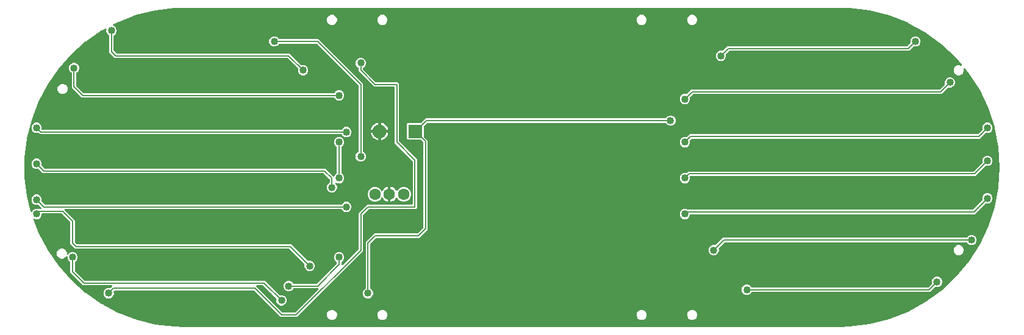
<source format=gbr>
G04 EAGLE Gerber RS-274X export*
G75*
%MOMM*%
%FSLAX34Y34*%
%LPD*%
%INBottom Copper*%
%IPPOS*%
%AMOC8*
5,1,8,0,0,1.08239X$1,22.5*%
G01*
%ADD10C,1.600000*%
%ADD11C,1.930400*%
%ADD12R,1.930400X1.930400*%
%ADD13C,1.016000*%
%ADD14C,0.203200*%

G36*
X1103387Y3045D02*
X1103387Y3045D01*
X1103475Y3048D01*
X1103478Y3049D01*
X1105000Y3049D01*
X1105017Y3051D01*
X1105032Y3049D01*
X1118905Y3485D01*
X1118958Y3494D01*
X1119000Y3493D01*
X1146527Y6970D01*
X1146597Y6989D01*
X1146652Y6994D01*
X1173525Y13894D01*
X1173593Y13922D01*
X1173647Y13933D01*
X1199444Y24147D01*
X1199507Y24183D01*
X1199559Y24201D01*
X1223873Y37568D01*
X1223931Y37612D01*
X1223980Y37636D01*
X1246427Y53945D01*
X1246479Y53995D01*
X1246525Y54026D01*
X1266750Y73019D01*
X1266796Y73076D01*
X1266838Y73112D01*
X1284523Y94490D01*
X1284561Y94552D01*
X1284598Y94593D01*
X1299465Y118019D01*
X1299495Y118086D01*
X1299526Y118131D01*
X1311340Y143236D01*
X1311361Y143306D01*
X1311387Y143354D01*
X1319960Y169742D01*
X1319973Y169814D01*
X1319992Y169865D01*
X1325191Y197119D01*
X1325195Y197192D01*
X1325207Y197246D01*
X1326949Y224936D01*
X1326944Y225009D01*
X1326949Y225064D01*
X1325207Y252754D01*
X1325192Y252826D01*
X1325191Y252881D01*
X1319992Y280135D01*
X1319969Y280204D01*
X1319960Y280258D01*
X1311387Y306646D01*
X1311355Y306711D01*
X1311340Y306764D01*
X1299526Y331869D01*
X1299486Y331930D01*
X1299465Y331981D01*
X1284598Y355407D01*
X1284551Y355463D01*
X1284523Y355510D01*
X1278711Y362536D01*
X1278612Y362626D01*
X1278515Y362717D01*
X1278507Y362721D01*
X1278501Y362727D01*
X1278381Y362787D01*
X1278263Y362848D01*
X1278254Y362849D01*
X1278246Y362853D01*
X1278114Y362877D01*
X1277984Y362903D01*
X1277975Y362902D01*
X1277966Y362903D01*
X1277833Y362890D01*
X1277701Y362878D01*
X1277692Y362875D01*
X1277683Y362874D01*
X1277560Y362824D01*
X1277435Y362776D01*
X1277428Y362771D01*
X1277420Y362767D01*
X1277315Y362685D01*
X1277209Y362604D01*
X1277203Y362597D01*
X1277196Y362592D01*
X1277118Y362483D01*
X1277038Y362377D01*
X1277035Y362368D01*
X1277030Y362361D01*
X1276985Y362235D01*
X1276938Y362111D01*
X1276937Y362102D01*
X1276934Y362093D01*
X1276926Y361960D01*
X1276915Y361827D01*
X1276917Y361819D01*
X1276917Y361810D01*
X1276978Y361532D01*
X1276987Y361517D01*
X1276991Y361500D01*
X1277033Y361399D01*
X1277033Y358601D01*
X1275962Y356016D01*
X1273984Y354038D01*
X1271399Y352967D01*
X1268601Y352967D01*
X1266016Y354038D01*
X1264038Y356016D01*
X1262967Y358601D01*
X1262967Y361399D01*
X1264038Y363984D01*
X1266016Y365962D01*
X1268601Y367033D01*
X1271399Y367033D01*
X1273087Y366333D01*
X1273124Y366324D01*
X1273159Y366307D01*
X1273262Y366288D01*
X1273363Y366262D01*
X1273401Y366263D01*
X1273439Y366257D01*
X1273543Y366268D01*
X1273647Y366271D01*
X1273683Y366282D01*
X1273721Y366286D01*
X1273818Y366325D01*
X1273918Y366357D01*
X1273949Y366378D01*
X1273985Y366393D01*
X1274067Y366457D01*
X1274154Y366515D01*
X1274178Y366545D01*
X1274208Y366568D01*
X1274270Y366653D01*
X1274337Y366733D01*
X1274352Y366768D01*
X1274375Y366799D01*
X1274410Y366897D01*
X1274452Y366993D01*
X1274457Y367031D01*
X1274470Y367067D01*
X1274477Y367171D01*
X1274491Y367274D01*
X1274486Y367312D01*
X1274488Y367350D01*
X1274465Y367452D01*
X1274450Y367556D01*
X1274435Y367591D01*
X1274426Y367628D01*
X1274387Y367695D01*
X1274333Y367815D01*
X1274286Y367871D01*
X1274258Y367918D01*
X1266838Y376888D01*
X1266784Y376937D01*
X1266750Y376981D01*
X1246525Y395974D01*
X1246465Y396016D01*
X1246427Y396055D01*
X1223980Y412364D01*
X1223916Y412398D01*
X1223873Y412432D01*
X1199559Y425799D01*
X1199491Y425824D01*
X1199444Y425853D01*
X1173647Y436067D01*
X1173576Y436084D01*
X1173525Y436106D01*
X1146652Y443006D01*
X1146609Y443011D01*
X1146567Y443024D01*
X1146544Y443025D01*
X1146527Y443030D01*
X1119000Y446507D01*
X1118946Y446506D01*
X1118905Y446515D01*
X1105032Y446951D01*
X1105014Y446949D01*
X1105000Y446951D01*
X1103414Y446951D01*
X1103378Y446954D01*
X1103301Y446967D01*
X195000Y446967D01*
X194983Y446965D01*
X194969Y446967D01*
X181629Y446564D01*
X181578Y446555D01*
X181537Y446557D01*
X155050Y443341D01*
X154982Y443323D01*
X154929Y443319D01*
X129023Y436933D01*
X128958Y436907D01*
X128906Y436897D01*
X103958Y427435D01*
X103897Y427402D01*
X103847Y427385D01*
X96432Y423494D01*
X96330Y423420D01*
X96226Y423351D01*
X96215Y423338D01*
X96202Y423328D01*
X96124Y423229D01*
X96043Y423133D01*
X96036Y423117D01*
X96026Y423104D01*
X95979Y422988D01*
X95928Y422873D01*
X95925Y422856D01*
X95919Y422841D01*
X95906Y422716D01*
X95889Y422592D01*
X95891Y422575D01*
X95889Y422558D01*
X95912Y422434D01*
X95930Y422310D01*
X95936Y422295D01*
X95939Y422278D01*
X95995Y422165D01*
X96047Y422051D01*
X96058Y422038D01*
X96065Y422023D01*
X96150Y421930D01*
X96231Y421835D01*
X96244Y421827D01*
X96257Y421813D01*
X96499Y421664D01*
X96508Y421661D01*
X96516Y421657D01*
X98029Y421030D01*
X100030Y419029D01*
X101113Y416415D01*
X101113Y413585D01*
X100030Y410971D01*
X98029Y408970D01*
X97675Y408824D01*
X97674Y408823D01*
X97673Y408822D01*
X97554Y408752D01*
X97431Y408679D01*
X97430Y408678D01*
X97428Y408677D01*
X97330Y408573D01*
X97235Y408472D01*
X97235Y408471D01*
X97234Y408470D01*
X97169Y408344D01*
X97105Y408220D01*
X97105Y408218D01*
X97104Y408217D01*
X97102Y408202D01*
X97050Y407941D01*
X97053Y407910D01*
X97049Y407886D01*
X97049Y387683D01*
X97061Y387597D01*
X97064Y387509D01*
X97081Y387457D01*
X97089Y387402D01*
X97124Y387322D01*
X97151Y387239D01*
X97179Y387200D01*
X97205Y387142D01*
X97301Y387029D01*
X97346Y386965D01*
X100965Y383346D01*
X101035Y383294D01*
X101099Y383234D01*
X101149Y383208D01*
X101193Y383175D01*
X101274Y383144D01*
X101352Y383104D01*
X101400Y383096D01*
X101458Y383074D01*
X101606Y383062D01*
X101683Y383049D01*
X341263Y383049D01*
X357125Y367186D01*
X357126Y367185D01*
X357127Y367184D01*
X357241Y367099D01*
X357352Y367015D01*
X357354Y367015D01*
X357355Y367014D01*
X357487Y366964D01*
X357618Y366914D01*
X357620Y366914D01*
X357621Y366914D01*
X357760Y366902D01*
X357901Y366891D01*
X357903Y366891D01*
X357904Y366891D01*
X357919Y366894D01*
X358180Y366947D01*
X358207Y366961D01*
X358232Y366966D01*
X358585Y367113D01*
X361415Y367113D01*
X364029Y366030D01*
X366030Y364029D01*
X367113Y361415D01*
X367113Y358585D01*
X366030Y355971D01*
X364029Y353970D01*
X361415Y352887D01*
X358585Y352887D01*
X355971Y353970D01*
X353970Y355971D01*
X352887Y358585D01*
X352887Y361415D01*
X353034Y361768D01*
X353034Y361770D01*
X353035Y361771D01*
X353069Y361904D01*
X353105Y362044D01*
X353105Y362045D01*
X353105Y362047D01*
X353101Y362185D01*
X353097Y362328D01*
X353096Y362329D01*
X353096Y362331D01*
X353053Y362465D01*
X353010Y362599D01*
X353009Y362600D01*
X353009Y362601D01*
X353000Y362614D01*
X352852Y362835D01*
X352828Y362854D01*
X352814Y362875D01*
X339035Y376654D01*
X338965Y376706D01*
X338901Y376766D01*
X338851Y376792D01*
X338807Y376825D01*
X338726Y376856D01*
X338648Y376896D01*
X338600Y376904D01*
X338542Y376926D01*
X338394Y376938D01*
X338317Y376951D01*
X98737Y376951D01*
X96654Y379034D01*
X96654Y379035D01*
X93035Y382654D01*
X93034Y382654D01*
X90951Y384737D01*
X90951Y407886D01*
X90951Y407887D01*
X90951Y407889D01*
X90931Y408030D01*
X90911Y408167D01*
X90911Y408169D01*
X90911Y408170D01*
X90854Y408296D01*
X90795Y408427D01*
X90794Y408428D01*
X90793Y408429D01*
X90700Y408538D01*
X90612Y408644D01*
X90610Y408644D01*
X90609Y408646D01*
X90596Y408654D01*
X90375Y408801D01*
X90346Y408810D01*
X90325Y408824D01*
X89971Y408970D01*
X87970Y410971D01*
X86887Y413585D01*
X86887Y416415D01*
X86909Y416468D01*
X86928Y416541D01*
X86957Y416611D01*
X86964Y416678D01*
X86980Y416744D01*
X86978Y416819D01*
X86986Y416894D01*
X86974Y416960D01*
X86972Y417028D01*
X86949Y417099D01*
X86936Y417174D01*
X86906Y417234D01*
X86886Y417299D01*
X86844Y417361D01*
X86810Y417429D01*
X86765Y417479D01*
X86727Y417535D01*
X86670Y417583D01*
X86619Y417639D01*
X86561Y417674D01*
X86510Y417718D01*
X86441Y417748D01*
X86377Y417788D01*
X86312Y417806D01*
X86250Y417833D01*
X86175Y417844D01*
X86103Y417864D01*
X86035Y417863D01*
X85968Y417872D01*
X85894Y417861D01*
X85819Y417861D01*
X85764Y417843D01*
X85687Y417831D01*
X85573Y417780D01*
X85500Y417756D01*
X80221Y414986D01*
X80164Y414945D01*
X80116Y414922D01*
X58158Y399765D01*
X58107Y399718D01*
X58061Y399690D01*
X38090Y381997D01*
X38045Y381943D01*
X38003Y381910D01*
X20310Y361939D01*
X20272Y361880D01*
X20235Y361842D01*
X5078Y339884D01*
X5047Y339821D01*
X5014Y339779D01*
X-7385Y316153D01*
X-7409Y316087D01*
X-7435Y316042D01*
X-16897Y291094D01*
X-16912Y291026D01*
X-16933Y290977D01*
X-23319Y265071D01*
X-23326Y265001D01*
X-23341Y264950D01*
X-26557Y238463D01*
X-26556Y238411D01*
X-26564Y238371D01*
X-26967Y225031D01*
X-26965Y225014D01*
X-26967Y225000D01*
X-26965Y224983D01*
X-26967Y224969D01*
X-26564Y211629D01*
X-26555Y211578D01*
X-26557Y211537D01*
X-23341Y185050D01*
X-23323Y184982D01*
X-23319Y184929D01*
X-18110Y163797D01*
X-18070Y163699D01*
X-18038Y163598D01*
X-18018Y163568D01*
X-18004Y163533D01*
X-17939Y163450D01*
X-17880Y163362D01*
X-17852Y163339D01*
X-17829Y163309D01*
X-17743Y163247D01*
X-17662Y163179D01*
X-17629Y163164D01*
X-17599Y163143D01*
X-17499Y163107D01*
X-17403Y163064D01*
X-17366Y163059D01*
X-17331Y163046D01*
X-17226Y163039D01*
X-17121Y163025D01*
X-17084Y163030D01*
X-17048Y163028D01*
X-16944Y163050D01*
X-16840Y163066D01*
X-16806Y163081D01*
X-16770Y163089D01*
X-16677Y163139D01*
X-16581Y163183D01*
X-16552Y163207D01*
X-16520Y163224D01*
X-16445Y163298D01*
X-16364Y163367D01*
X-16347Y163395D01*
X-16317Y163424D01*
X-16218Y163601D01*
X-16186Y163652D01*
X-16030Y164029D01*
X-14029Y166030D01*
X-11415Y167113D01*
X-8585Y167113D01*
X-8232Y166966D01*
X-8230Y166966D01*
X-8229Y166965D01*
X-8089Y166929D01*
X-7956Y166895D01*
X-7955Y166895D01*
X-7953Y166895D01*
X-7807Y166900D01*
X-7672Y166903D01*
X-7671Y166904D01*
X-7669Y166904D01*
X-7531Y166949D01*
X-7401Y166990D01*
X-7400Y166991D01*
X-7398Y166992D01*
X-7385Y167001D01*
X-7314Y167049D01*
X-3811Y167049D01*
X-3782Y167053D01*
X-3753Y167050D01*
X-3642Y167073D01*
X-3530Y167089D01*
X-3503Y167101D01*
X-3474Y167106D01*
X-3374Y167158D01*
X-3270Y167205D01*
X-3248Y167224D01*
X-3222Y167237D01*
X-3140Y167315D01*
X-3053Y167388D01*
X-3037Y167413D01*
X-3016Y167433D01*
X-2959Y167531D01*
X-2896Y167625D01*
X-2887Y167653D01*
X-2872Y167678D01*
X-2844Y167788D01*
X-2810Y167896D01*
X-2809Y167925D01*
X-2802Y167954D01*
X-2806Y168067D01*
X-2803Y168180D01*
X-2810Y168209D01*
X-2811Y168238D01*
X-2846Y168346D01*
X-2875Y168455D01*
X-2890Y168481D01*
X-2899Y168509D01*
X-2944Y168572D01*
X-3020Y168700D01*
X-3065Y168743D01*
X-3093Y168782D01*
X-3346Y169035D01*
X-7125Y172814D01*
X-7126Y172815D01*
X-7127Y172816D01*
X-7241Y172901D01*
X-7352Y172985D01*
X-7354Y172985D01*
X-7355Y172986D01*
X-7487Y173036D01*
X-7618Y173086D01*
X-7620Y173086D01*
X-7621Y173086D01*
X-7760Y173098D01*
X-7901Y173109D01*
X-7903Y173109D01*
X-7904Y173109D01*
X-7919Y173106D01*
X-8180Y173053D01*
X-8207Y173039D01*
X-8232Y173034D01*
X-8585Y172887D01*
X-11415Y172887D01*
X-14029Y173970D01*
X-16030Y175971D01*
X-17113Y178585D01*
X-17113Y181415D01*
X-16030Y184029D01*
X-14029Y186030D01*
X-11415Y187113D01*
X-8585Y187113D01*
X-5971Y186030D01*
X-3970Y184029D01*
X-2887Y181415D01*
X-2887Y178585D01*
X-3034Y178232D01*
X-3034Y178230D01*
X-3035Y178229D01*
X-3069Y178094D01*
X-3105Y177956D01*
X-3105Y177955D01*
X-3105Y177953D01*
X-3100Y177803D01*
X-3097Y177672D01*
X-3096Y177671D01*
X-3096Y177669D01*
X-3052Y177533D01*
X-3010Y177401D01*
X-3009Y177400D01*
X-3009Y177399D01*
X-3000Y177386D01*
X-2852Y177165D01*
X-2828Y177145D01*
X-2814Y177125D01*
X965Y173346D01*
X1035Y173294D01*
X1099Y173234D01*
X1149Y173208D01*
X1193Y173175D01*
X1274Y173144D01*
X1352Y173104D01*
X1400Y173096D01*
X1458Y173074D01*
X1606Y173062D01*
X1683Y173049D01*
X412886Y173049D01*
X412887Y173049D01*
X412889Y173049D01*
X413030Y173069D01*
X413167Y173089D01*
X413169Y173089D01*
X413170Y173089D01*
X413300Y173148D01*
X413427Y173205D01*
X413428Y173206D01*
X413429Y173207D01*
X413538Y173300D01*
X413644Y173388D01*
X413644Y173390D01*
X413646Y173391D01*
X413654Y173404D01*
X413801Y173625D01*
X413810Y173654D01*
X413824Y173675D01*
X413970Y174029D01*
X415971Y176030D01*
X418585Y177113D01*
X421415Y177113D01*
X424029Y176030D01*
X426030Y174029D01*
X427113Y171415D01*
X427113Y168585D01*
X426030Y165971D01*
X424029Y163970D01*
X421415Y162887D01*
X418585Y162887D01*
X415971Y163970D01*
X413970Y165971D01*
X413824Y166325D01*
X413823Y166326D01*
X413822Y166327D01*
X413752Y166446D01*
X413679Y166569D01*
X413678Y166570D01*
X413677Y166572D01*
X413573Y166670D01*
X413472Y166765D01*
X413471Y166765D01*
X413470Y166766D01*
X413344Y166831D01*
X413220Y166895D01*
X413218Y166895D01*
X413217Y166896D01*
X413202Y166898D01*
X412941Y166950D01*
X412910Y166947D01*
X412886Y166951D01*
X29811Y166951D01*
X29782Y166947D01*
X29753Y166950D01*
X29642Y166927D01*
X29530Y166911D01*
X29503Y166899D01*
X29474Y166894D01*
X29374Y166842D01*
X29270Y166795D01*
X29248Y166776D01*
X29222Y166763D01*
X29140Y166685D01*
X29053Y166612D01*
X29037Y166587D01*
X29016Y166567D01*
X28959Y166469D01*
X28896Y166375D01*
X28887Y166347D01*
X28872Y166322D01*
X28844Y166212D01*
X28810Y166104D01*
X28809Y166075D01*
X28802Y166046D01*
X28806Y165933D01*
X28803Y165820D01*
X28810Y165791D01*
X28811Y165762D01*
X28846Y165654D01*
X28875Y165545D01*
X28890Y165519D01*
X28899Y165491D01*
X28944Y165428D01*
X29020Y165300D01*
X29065Y165257D01*
X29093Y165218D01*
X29346Y164965D01*
X43049Y151263D01*
X43049Y121683D01*
X43061Y121597D01*
X43064Y121509D01*
X43081Y121457D01*
X43089Y121402D01*
X43124Y121322D01*
X43151Y121239D01*
X43179Y121200D01*
X43205Y121142D01*
X43301Y121029D01*
X43346Y120965D01*
X45965Y118346D01*
X46035Y118294D01*
X46099Y118234D01*
X46149Y118208D01*
X46193Y118175D01*
X46274Y118144D01*
X46352Y118104D01*
X46400Y118096D01*
X46458Y118074D01*
X46606Y118062D01*
X46683Y118049D01*
X343263Y118049D01*
X345346Y115966D01*
X345346Y115965D01*
X366125Y95186D01*
X366126Y95185D01*
X366127Y95184D01*
X366241Y95099D01*
X366352Y95015D01*
X366354Y95015D01*
X366355Y95014D01*
X366487Y94964D01*
X366618Y94914D01*
X366620Y94914D01*
X366621Y94914D01*
X366760Y94902D01*
X366901Y94891D01*
X366903Y94891D01*
X366904Y94891D01*
X366919Y94894D01*
X367180Y94947D01*
X367207Y94961D01*
X367232Y94966D01*
X367585Y95113D01*
X370415Y95113D01*
X373029Y94030D01*
X375030Y92029D01*
X376113Y89415D01*
X376113Y86585D01*
X375030Y83971D01*
X373029Y81970D01*
X370415Y80887D01*
X367585Y80887D01*
X364971Y81970D01*
X362970Y83971D01*
X361887Y86585D01*
X361887Y89415D01*
X362034Y89768D01*
X362034Y89770D01*
X362035Y89771D01*
X362069Y89904D01*
X362105Y90044D01*
X362105Y90045D01*
X362105Y90047D01*
X362101Y90188D01*
X362097Y90328D01*
X362096Y90329D01*
X362096Y90331D01*
X362053Y90465D01*
X362010Y90599D01*
X362009Y90600D01*
X362009Y90601D01*
X362000Y90614D01*
X361852Y90835D01*
X361828Y90854D01*
X361814Y90875D01*
X341035Y111654D01*
X340965Y111706D01*
X340901Y111766D01*
X340851Y111792D01*
X340807Y111825D01*
X340726Y111856D01*
X340648Y111896D01*
X340600Y111904D01*
X340542Y111926D01*
X340394Y111938D01*
X340317Y111951D01*
X43737Y111951D01*
X36951Y118737D01*
X36951Y148317D01*
X36939Y148403D01*
X36936Y148491D01*
X36919Y148543D01*
X36911Y148598D01*
X36876Y148678D01*
X36849Y148761D01*
X36821Y148800D01*
X36795Y148858D01*
X36699Y148971D01*
X36654Y149035D01*
X25035Y160654D01*
X24965Y160706D01*
X24901Y160766D01*
X24851Y160792D01*
X24807Y160825D01*
X24726Y160856D01*
X24648Y160896D01*
X24600Y160904D01*
X24542Y160926D01*
X24394Y160938D01*
X24317Y160951D01*
X-1872Y160951D01*
X-1930Y160943D01*
X-1988Y160945D01*
X-2070Y160923D01*
X-2154Y160911D01*
X-2207Y160888D01*
X-2263Y160873D01*
X-2336Y160830D01*
X-2413Y160795D01*
X-2458Y160757D01*
X-2508Y160728D01*
X-2566Y160666D01*
X-2630Y160612D01*
X-2662Y160563D01*
X-2702Y160520D01*
X-2741Y160445D01*
X-2788Y160375D01*
X-2805Y160319D01*
X-2832Y160267D01*
X-2843Y160199D01*
X-2873Y160104D01*
X-2876Y160004D01*
X-2887Y159936D01*
X-2887Y158585D01*
X-3970Y155971D01*
X-5971Y153970D01*
X-8585Y152887D01*
X-11415Y152887D01*
X-13039Y153560D01*
X-13053Y153564D01*
X-13065Y153570D01*
X-13190Y153599D01*
X-13315Y153631D01*
X-13328Y153631D01*
X-13342Y153634D01*
X-13470Y153627D01*
X-13599Y153623D01*
X-13612Y153619D01*
X-13626Y153618D01*
X-13747Y153576D01*
X-13870Y153536D01*
X-13881Y153529D01*
X-13894Y153524D01*
X-13999Y153450D01*
X-14106Y153378D01*
X-14115Y153367D01*
X-14126Y153359D01*
X-14206Y153259D01*
X-14289Y153160D01*
X-14294Y153148D01*
X-14303Y153137D01*
X-14352Y153018D01*
X-14404Y152901D01*
X-14406Y152887D01*
X-14411Y152874D01*
X-14425Y152746D01*
X-14443Y152619D01*
X-14441Y152605D01*
X-14443Y152591D01*
X-14430Y152526D01*
X-14402Y152338D01*
X-14384Y152297D01*
X-14377Y152262D01*
X-7435Y133958D01*
X-7402Y133897D01*
X-7385Y133847D01*
X5014Y110221D01*
X5055Y110164D01*
X5078Y110116D01*
X20235Y88158D01*
X20260Y88131D01*
X20279Y88099D01*
X20299Y88080D01*
X20310Y88062D01*
X38003Y68090D01*
X38057Y68045D01*
X38090Y68003D01*
X58061Y50310D01*
X58120Y50272D01*
X58158Y50235D01*
X80116Y35078D01*
X80179Y35047D01*
X80221Y35014D01*
X103847Y22615D01*
X103913Y22591D01*
X103958Y22565D01*
X128906Y13103D01*
X128974Y13088D01*
X129023Y13067D01*
X154929Y6681D01*
X154999Y6674D01*
X155050Y6659D01*
X181537Y3443D01*
X181589Y3444D01*
X181629Y3436D01*
X194969Y3033D01*
X194986Y3035D01*
X195000Y3033D01*
X1103301Y3033D01*
X1103387Y3045D01*
G37*
%LPC*%
G36*
X328737Y16951D02*
X328737Y16951D01*
X326654Y19035D01*
X292035Y53654D01*
X291965Y53706D01*
X291901Y53766D01*
X291852Y53792D01*
X291807Y53825D01*
X291726Y53856D01*
X291648Y53896D01*
X291600Y53904D01*
X291542Y53926D01*
X291394Y53938D01*
X291317Y53951D01*
X98683Y53951D01*
X98597Y53939D01*
X98509Y53936D01*
X98457Y53919D01*
X98402Y53911D01*
X98322Y53876D01*
X98239Y53849D01*
X98200Y53821D01*
X98142Y53795D01*
X98029Y53699D01*
X97965Y53654D01*
X97186Y52875D01*
X97185Y52874D01*
X97184Y52873D01*
X97096Y52754D01*
X97015Y52648D01*
X97015Y52646D01*
X97014Y52645D01*
X96962Y52508D01*
X96914Y52382D01*
X96914Y52380D01*
X96914Y52379D01*
X96902Y52240D01*
X96891Y52099D01*
X96891Y52097D01*
X96891Y52096D01*
X96894Y52081D01*
X96947Y51820D01*
X96961Y51793D01*
X96966Y51768D01*
X97113Y51415D01*
X97113Y48585D01*
X96030Y45971D01*
X94029Y43970D01*
X91415Y42887D01*
X88585Y42887D01*
X85971Y43970D01*
X83970Y45971D01*
X82887Y48585D01*
X82887Y51415D01*
X83970Y54029D01*
X85971Y56030D01*
X88585Y57113D01*
X91415Y57113D01*
X91768Y56966D01*
X91770Y56966D01*
X91771Y56965D01*
X91904Y56931D01*
X92044Y56895D01*
X92045Y56895D01*
X92047Y56895D01*
X92188Y56899D01*
X92328Y56903D01*
X92329Y56904D01*
X92331Y56904D01*
X92465Y56947D01*
X92599Y56990D01*
X92600Y56991D01*
X92601Y56991D01*
X92614Y57000D01*
X92835Y57148D01*
X92855Y57172D01*
X92875Y57186D01*
X93654Y57965D01*
X94907Y59218D01*
X94924Y59242D01*
X94947Y59261D01*
X95009Y59355D01*
X95077Y59445D01*
X95088Y59473D01*
X95104Y59497D01*
X95138Y59605D01*
X95179Y59711D01*
X95181Y59740D01*
X95190Y59768D01*
X95193Y59882D01*
X95202Y59994D01*
X95197Y60023D01*
X95197Y60052D01*
X95169Y60162D01*
X95146Y60273D01*
X95133Y60299D01*
X95125Y60327D01*
X95068Y60425D01*
X95015Y60525D01*
X94995Y60547D01*
X94980Y60572D01*
X94898Y60649D01*
X94820Y60731D01*
X94794Y60746D01*
X94773Y60766D01*
X94672Y60818D01*
X94574Y60875D01*
X94546Y60882D01*
X94520Y60896D01*
X94442Y60909D01*
X94299Y60945D01*
X94236Y60943D01*
X94189Y60951D01*
X54737Y60951D01*
X36951Y78737D01*
X36951Y92886D01*
X36951Y92887D01*
X36951Y92889D01*
X36931Y93030D01*
X36911Y93167D01*
X36911Y93169D01*
X36911Y93170D01*
X36852Y93300D01*
X36795Y93427D01*
X36794Y93428D01*
X36793Y93429D01*
X36700Y93538D01*
X36612Y93644D01*
X36610Y93644D01*
X36609Y93646D01*
X36596Y93654D01*
X36375Y93801D01*
X36346Y93810D01*
X36325Y93824D01*
X35971Y93970D01*
X33970Y95971D01*
X32887Y98585D01*
X32887Y100560D01*
X32880Y100608D01*
X32881Y100613D01*
X32879Y100620D01*
X32875Y100645D01*
X32873Y100731D01*
X32855Y100785D01*
X32847Y100842D01*
X32812Y100920D01*
X32786Y101002D01*
X32754Y101049D01*
X32731Y101101D01*
X32676Y101167D01*
X32628Y101238D01*
X32584Y101275D01*
X32548Y101318D01*
X32476Y101366D01*
X32410Y101421D01*
X32358Y101444D01*
X32311Y101476D01*
X32229Y101502D01*
X32150Y101537D01*
X32094Y101544D01*
X32040Y101561D01*
X31954Y101564D01*
X31869Y101575D01*
X31812Y101567D01*
X31756Y101569D01*
X31672Y101547D01*
X31587Y101535D01*
X31536Y101511D01*
X31481Y101497D01*
X31407Y101453D01*
X31328Y101418D01*
X31285Y101381D01*
X31236Y101352D01*
X31177Y101289D01*
X31112Y101233D01*
X31086Y101191D01*
X31042Y101144D01*
X30991Y101045D01*
X28984Y99038D01*
X26399Y97967D01*
X23601Y97967D01*
X21016Y99038D01*
X19038Y101016D01*
X17967Y103601D01*
X17967Y106399D01*
X19038Y108984D01*
X21016Y110962D01*
X23601Y112033D01*
X26399Y112033D01*
X28984Y110962D01*
X30962Y108984D01*
X32033Y106399D01*
X32033Y104456D01*
X32045Y104371D01*
X32047Y104285D01*
X32065Y104231D01*
X32073Y104174D01*
X32108Y104096D01*
X32134Y104014D01*
X32166Y103967D01*
X32189Y103915D01*
X32244Y103849D01*
X32292Y103778D01*
X32336Y103741D01*
X32372Y103698D01*
X32444Y103650D01*
X32510Y103595D01*
X32562Y103572D01*
X32609Y103540D01*
X32691Y103514D01*
X32770Y103479D01*
X32826Y103472D01*
X32880Y103454D01*
X32966Y103452D01*
X33051Y103441D01*
X33108Y103449D01*
X33164Y103447D01*
X33247Y103469D01*
X33333Y103481D01*
X33384Y103505D01*
X33439Y103519D01*
X33513Y103563D01*
X33592Y103598D01*
X33635Y103635D01*
X33684Y103664D01*
X33743Y103727D01*
X33808Y103783D01*
X33834Y103825D01*
X33878Y103872D01*
X33944Y104001D01*
X33949Y104008D01*
X35971Y106030D01*
X38585Y107113D01*
X41415Y107113D01*
X44029Y106030D01*
X46030Y104029D01*
X47113Y101415D01*
X47113Y98585D01*
X46030Y95971D01*
X44029Y93970D01*
X43675Y93824D01*
X43674Y93823D01*
X43673Y93822D01*
X43554Y93752D01*
X43431Y93679D01*
X43430Y93678D01*
X43428Y93677D01*
X43330Y93573D01*
X43235Y93472D01*
X43235Y93471D01*
X43234Y93470D01*
X43169Y93344D01*
X43105Y93220D01*
X43105Y93218D01*
X43104Y93217D01*
X43102Y93202D01*
X43050Y92941D01*
X43053Y92910D01*
X43049Y92886D01*
X43049Y81683D01*
X43061Y81597D01*
X43064Y81509D01*
X43081Y81457D01*
X43089Y81402D01*
X43124Y81322D01*
X43151Y81239D01*
X43179Y81200D01*
X43205Y81142D01*
X43301Y81029D01*
X43346Y80965D01*
X56965Y67346D01*
X57035Y67294D01*
X57099Y67234D01*
X57149Y67208D01*
X57193Y67175D01*
X57274Y67144D01*
X57352Y67104D01*
X57400Y67096D01*
X57458Y67074D01*
X57606Y67062D01*
X57683Y67049D01*
X307263Y67049D01*
X327125Y47186D01*
X327127Y47185D01*
X327127Y47184D01*
X327241Y47099D01*
X327352Y47015D01*
X327354Y47015D01*
X327355Y47014D01*
X327485Y46965D01*
X327618Y46914D01*
X327620Y46914D01*
X327621Y46914D01*
X327760Y46902D01*
X327901Y46891D01*
X327903Y46891D01*
X327905Y46891D01*
X327919Y46894D01*
X328180Y46947D01*
X328207Y46961D01*
X328232Y46966D01*
X328585Y47113D01*
X331415Y47113D01*
X334029Y46030D01*
X336030Y44029D01*
X337113Y41415D01*
X337113Y38585D01*
X336030Y35971D01*
X334029Y33970D01*
X331415Y32887D01*
X328585Y32887D01*
X325971Y33970D01*
X323970Y35971D01*
X322887Y38585D01*
X322887Y41415D01*
X323034Y41768D01*
X323034Y41770D01*
X323035Y41771D01*
X323068Y41903D01*
X323105Y42044D01*
X323105Y42045D01*
X323105Y42047D01*
X323101Y42188D01*
X323097Y42328D01*
X323096Y42329D01*
X323096Y42331D01*
X323052Y42467D01*
X323010Y42599D01*
X323009Y42600D01*
X323009Y42601D01*
X323000Y42614D01*
X322852Y42835D01*
X322828Y42854D01*
X322814Y42875D01*
X305035Y60654D01*
X304965Y60706D01*
X304901Y60766D01*
X304851Y60792D01*
X304807Y60825D01*
X304726Y60856D01*
X304648Y60896D01*
X304600Y60904D01*
X304542Y60926D01*
X304394Y60938D01*
X304317Y60951D01*
X295811Y60951D01*
X295782Y60947D01*
X295753Y60950D01*
X295642Y60927D01*
X295530Y60911D01*
X295503Y60899D01*
X295474Y60894D01*
X295374Y60841D01*
X295270Y60795D01*
X295248Y60776D01*
X295222Y60763D01*
X295140Y60685D01*
X295053Y60612D01*
X295037Y60587D01*
X295016Y60567D01*
X294959Y60469D01*
X294896Y60375D01*
X294887Y60347D01*
X294872Y60322D01*
X294844Y60212D01*
X294810Y60104D01*
X294809Y60074D01*
X294802Y60046D01*
X294806Y59933D01*
X294803Y59820D01*
X294810Y59791D01*
X294811Y59762D01*
X294846Y59654D01*
X294875Y59545D01*
X294889Y59519D01*
X294899Y59491D01*
X294944Y59427D01*
X295020Y59300D01*
X295065Y59258D01*
X295069Y59251D01*
X295072Y59248D01*
X295093Y59218D01*
X296346Y57965D01*
X330965Y23346D01*
X331035Y23294D01*
X331099Y23234D01*
X331149Y23208D01*
X331193Y23175D01*
X331274Y23144D01*
X331352Y23104D01*
X331400Y23096D01*
X331458Y23074D01*
X331606Y23062D01*
X331683Y23049D01*
X348317Y23049D01*
X348403Y23061D01*
X348491Y23064D01*
X348543Y23081D01*
X348598Y23089D01*
X348678Y23124D01*
X348761Y23151D01*
X348800Y23179D01*
X348858Y23205D01*
X348971Y23301D01*
X349035Y23346D01*
X380907Y55218D01*
X380924Y55242D01*
X380947Y55261D01*
X381009Y55355D01*
X381077Y55445D01*
X381088Y55473D01*
X381104Y55497D01*
X381138Y55605D01*
X381179Y55711D01*
X381181Y55740D01*
X381190Y55768D01*
X381193Y55882D01*
X381202Y55994D01*
X381197Y56023D01*
X381197Y56052D01*
X381169Y56162D01*
X381146Y56273D01*
X381133Y56299D01*
X381125Y56327D01*
X381068Y56425D01*
X381015Y56525D01*
X380995Y56547D01*
X380980Y56572D01*
X380898Y56649D01*
X380820Y56731D01*
X380794Y56746D01*
X380773Y56766D01*
X380672Y56818D01*
X380574Y56875D01*
X380546Y56882D01*
X380520Y56896D01*
X380442Y56909D01*
X380299Y56945D01*
X380236Y56943D01*
X380189Y56951D01*
X347114Y56951D01*
X347113Y56951D01*
X347111Y56951D01*
X346970Y56931D01*
X346833Y56911D01*
X346831Y56911D01*
X346830Y56911D01*
X346700Y56852D01*
X346573Y56795D01*
X346572Y56794D01*
X346571Y56793D01*
X346462Y56700D01*
X346356Y56612D01*
X346356Y56610D01*
X346354Y56609D01*
X346346Y56596D01*
X346199Y56375D01*
X346190Y56346D01*
X346176Y56325D01*
X346030Y55971D01*
X344029Y53970D01*
X341415Y52887D01*
X338585Y52887D01*
X335971Y53970D01*
X333970Y55971D01*
X332887Y58585D01*
X332887Y61415D01*
X333970Y64029D01*
X335971Y66030D01*
X338585Y67113D01*
X341415Y67113D01*
X344029Y66030D01*
X346030Y64029D01*
X346176Y63675D01*
X346177Y63674D01*
X346178Y63673D01*
X346248Y63554D01*
X346321Y63431D01*
X346322Y63430D01*
X346323Y63428D01*
X346427Y63330D01*
X346528Y63235D01*
X346529Y63235D01*
X346530Y63234D01*
X346656Y63169D01*
X346780Y63105D01*
X346782Y63105D01*
X346783Y63104D01*
X346798Y63102D01*
X347059Y63050D01*
X347090Y63053D01*
X347114Y63049D01*
X378317Y63049D01*
X378403Y63061D01*
X378491Y63064D01*
X378543Y63081D01*
X378598Y63089D01*
X378678Y63124D01*
X378761Y63151D01*
X378800Y63179D01*
X378858Y63205D01*
X378971Y63301D01*
X379035Y63346D01*
X406654Y90965D01*
X406706Y91035D01*
X406766Y91099D01*
X406792Y91149D01*
X406825Y91193D01*
X406856Y91274D01*
X406896Y91352D01*
X406904Y91400D01*
X406926Y91458D01*
X406938Y91606D01*
X406951Y91683D01*
X406951Y92886D01*
X406951Y92887D01*
X406951Y92889D01*
X406931Y93030D01*
X406911Y93167D01*
X406911Y93169D01*
X406911Y93170D01*
X406852Y93300D01*
X406795Y93427D01*
X406794Y93428D01*
X406793Y93429D01*
X406700Y93538D01*
X406612Y93644D01*
X406610Y93644D01*
X406609Y93646D01*
X406596Y93654D01*
X406375Y93801D01*
X406346Y93810D01*
X406325Y93824D01*
X405971Y93970D01*
X403970Y95971D01*
X402887Y98585D01*
X402887Y101415D01*
X403970Y104029D01*
X405971Y106030D01*
X408585Y107113D01*
X411415Y107113D01*
X414029Y106030D01*
X416030Y104029D01*
X417113Y101415D01*
X417113Y98585D01*
X416030Y95971D01*
X414029Y93970D01*
X413675Y93824D01*
X413674Y93823D01*
X413673Y93822D01*
X413554Y93752D01*
X413431Y93679D01*
X413430Y93678D01*
X413428Y93677D01*
X413330Y93573D01*
X413235Y93472D01*
X413235Y93471D01*
X413234Y93470D01*
X413169Y93344D01*
X413105Y93220D01*
X413105Y93218D01*
X413104Y93217D01*
X413102Y93202D01*
X413050Y92941D01*
X413053Y92910D01*
X413049Y92886D01*
X413049Y89811D01*
X413053Y89782D01*
X413050Y89753D01*
X413073Y89642D01*
X413089Y89530D01*
X413101Y89503D01*
X413106Y89474D01*
X413158Y89374D01*
X413205Y89270D01*
X413224Y89248D01*
X413237Y89222D01*
X413315Y89140D01*
X413388Y89053D01*
X413413Y89037D01*
X413433Y89016D01*
X413531Y88959D01*
X413625Y88896D01*
X413653Y88887D01*
X413678Y88872D01*
X413788Y88844D01*
X413896Y88810D01*
X413926Y88809D01*
X413954Y88802D01*
X414067Y88806D01*
X414180Y88803D01*
X414209Y88810D01*
X414238Y88811D01*
X414346Y88846D01*
X414455Y88875D01*
X414481Y88890D01*
X414509Y88899D01*
X414572Y88944D01*
X414700Y89020D01*
X414743Y89065D01*
X414782Y89093D01*
X436654Y110965D01*
X436665Y110981D01*
X436675Y110989D01*
X436702Y111029D01*
X436706Y111035D01*
X436766Y111099D01*
X436792Y111149D01*
X436825Y111193D01*
X436856Y111274D01*
X436896Y111352D01*
X436904Y111400D01*
X436926Y111458D01*
X436938Y111606D01*
X436951Y111683D01*
X436951Y161263D01*
X439034Y163346D01*
X439035Y163346D01*
X446654Y170965D01*
X446654Y170966D01*
X448737Y173049D01*
X510936Y173049D01*
X510994Y173057D01*
X511052Y173055D01*
X511134Y173077D01*
X511218Y173089D01*
X511271Y173112D01*
X511327Y173127D01*
X511400Y173170D01*
X511477Y173205D01*
X511522Y173243D01*
X511572Y173272D01*
X511630Y173334D01*
X511694Y173388D01*
X511726Y173437D01*
X511766Y173480D01*
X511805Y173555D01*
X511852Y173625D01*
X511869Y173681D01*
X511896Y173733D01*
X511907Y173801D01*
X511937Y173896D01*
X511940Y173996D01*
X511951Y174064D01*
X511951Y233317D01*
X511939Y233403D01*
X511936Y233491D01*
X511919Y233543D01*
X511911Y233598D01*
X511876Y233678D01*
X511849Y233761D01*
X511821Y233800D01*
X511795Y233858D01*
X511699Y233971D01*
X511654Y234035D01*
X486951Y258737D01*
X486951Y335936D01*
X486943Y335994D01*
X486945Y336052D01*
X486923Y336134D01*
X486911Y336218D01*
X486888Y336271D01*
X486873Y336327D01*
X486830Y336400D01*
X486795Y336477D01*
X486757Y336522D01*
X486728Y336572D01*
X486666Y336630D01*
X486612Y336694D01*
X486563Y336726D01*
X486520Y336766D01*
X486445Y336805D01*
X486375Y336852D01*
X486319Y336869D01*
X486267Y336896D01*
X486199Y336907D01*
X486104Y336937D01*
X486004Y336940D01*
X485936Y336951D01*
X458737Y336951D01*
X436951Y358737D01*
X436951Y362886D01*
X436951Y362887D01*
X436951Y362889D01*
X436931Y363030D01*
X436911Y363167D01*
X436911Y363169D01*
X436911Y363170D01*
X436852Y363300D01*
X436795Y363427D01*
X436794Y363428D01*
X436793Y363429D01*
X436700Y363538D01*
X436612Y363644D01*
X436610Y363644D01*
X436609Y363646D01*
X436596Y363654D01*
X436375Y363801D01*
X436346Y363810D01*
X436325Y363824D01*
X435971Y363970D01*
X433970Y365971D01*
X432887Y368585D01*
X432887Y371415D01*
X433970Y374029D01*
X435971Y376030D01*
X438585Y377113D01*
X441415Y377113D01*
X444029Y376030D01*
X446030Y374029D01*
X447113Y371415D01*
X447113Y368585D01*
X446030Y365971D01*
X444029Y363970D01*
X443675Y363824D01*
X443674Y363823D01*
X443673Y363822D01*
X443554Y363752D01*
X443431Y363679D01*
X443430Y363678D01*
X443428Y363677D01*
X443330Y363573D01*
X443235Y363472D01*
X443235Y363471D01*
X443234Y363470D01*
X443169Y363344D01*
X443105Y363220D01*
X443105Y363218D01*
X443104Y363217D01*
X443102Y363202D01*
X443050Y362941D01*
X443053Y362910D01*
X443049Y362886D01*
X443049Y361683D01*
X443061Y361597D01*
X443064Y361509D01*
X443081Y361457D01*
X443089Y361402D01*
X443124Y361322D01*
X443151Y361239D01*
X443179Y361200D01*
X443205Y361142D01*
X443301Y361029D01*
X443346Y360965D01*
X460965Y343346D01*
X461035Y343294D01*
X461099Y343234D01*
X461149Y343208D01*
X461193Y343175D01*
X461274Y343144D01*
X461352Y343104D01*
X461400Y343096D01*
X461458Y343074D01*
X461606Y343062D01*
X461683Y343049D01*
X491263Y343049D01*
X493049Y341263D01*
X493049Y261683D01*
X493061Y261597D01*
X493064Y261509D01*
X493081Y261457D01*
X493089Y261402D01*
X493124Y261322D01*
X493151Y261239D01*
X493179Y261200D01*
X493205Y261142D01*
X493301Y261029D01*
X493346Y260965D01*
X518049Y236263D01*
X518049Y168737D01*
X516263Y166951D01*
X451683Y166951D01*
X451597Y166939D01*
X451509Y166936D01*
X451457Y166919D01*
X451402Y166911D01*
X451322Y166876D01*
X451239Y166849D01*
X451200Y166821D01*
X451142Y166795D01*
X451029Y166699D01*
X450965Y166654D01*
X443346Y159035D01*
X443294Y158965D01*
X443234Y158901D01*
X443208Y158852D01*
X443175Y158807D01*
X443144Y158726D01*
X443104Y158648D01*
X443096Y158600D01*
X443074Y158542D01*
X443062Y158394D01*
X443049Y158317D01*
X443049Y108737D01*
X351263Y16951D01*
X328737Y16951D01*
G37*
%LPD*%
%LPC*%
G36*
X448585Y42887D02*
X448585Y42887D01*
X445971Y43970D01*
X443970Y45971D01*
X442887Y48585D01*
X442887Y51415D01*
X443970Y54029D01*
X445971Y56030D01*
X446325Y56176D01*
X446326Y56177D01*
X446327Y56178D01*
X446446Y56248D01*
X446569Y56321D01*
X446570Y56322D01*
X446572Y56323D01*
X446670Y56427D01*
X446765Y56528D01*
X446765Y56529D01*
X446766Y56530D01*
X446830Y56654D01*
X446895Y56780D01*
X446895Y56782D01*
X446896Y56783D01*
X446898Y56798D01*
X446950Y57059D01*
X446947Y57090D01*
X446951Y57114D01*
X446951Y121263D01*
X458737Y133049D01*
X518317Y133049D01*
X518403Y133061D01*
X518491Y133064D01*
X518543Y133081D01*
X518598Y133089D01*
X518678Y133124D01*
X518761Y133151D01*
X518800Y133179D01*
X518858Y133205D01*
X518971Y133301D01*
X519035Y133346D01*
X526654Y140965D01*
X526706Y141035D01*
X526766Y141099D01*
X526792Y141149D01*
X526825Y141193D01*
X526856Y141274D01*
X526896Y141352D01*
X526904Y141400D01*
X526926Y141458D01*
X526938Y141606D01*
X526951Y141683D01*
X526951Y259317D01*
X526939Y259403D01*
X526936Y259491D01*
X526919Y259543D01*
X526911Y259598D01*
X526876Y259678D01*
X526849Y259761D01*
X526821Y259800D01*
X526795Y259858D01*
X526699Y259971D01*
X526654Y260035D01*
X523671Y263018D01*
X523601Y263070D01*
X523537Y263130D01*
X523487Y263156D01*
X523443Y263189D01*
X523362Y263220D01*
X523284Y263260D01*
X523236Y263268D01*
X523178Y263290D01*
X523030Y263302D01*
X522953Y263315D01*
X505506Y263315D01*
X504315Y264506D01*
X504315Y285494D01*
X505506Y286685D01*
X522953Y286685D01*
X523039Y286697D01*
X523127Y286700D01*
X523179Y286717D01*
X523234Y286725D01*
X523314Y286760D01*
X523397Y286787D01*
X523436Y286815D01*
X523494Y286841D01*
X523607Y286937D01*
X523671Y286982D01*
X529737Y293049D01*
X862886Y293049D01*
X862887Y293049D01*
X862889Y293049D01*
X863030Y293069D01*
X863167Y293089D01*
X863169Y293089D01*
X863170Y293089D01*
X863300Y293148D01*
X863427Y293205D01*
X863428Y293206D01*
X863429Y293207D01*
X863538Y293300D01*
X863644Y293388D01*
X863644Y293390D01*
X863646Y293391D01*
X863654Y293404D01*
X863801Y293625D01*
X863810Y293654D01*
X863824Y293675D01*
X863970Y294029D01*
X865971Y296030D01*
X868585Y297113D01*
X871415Y297113D01*
X874029Y296030D01*
X876030Y294029D01*
X877113Y291415D01*
X877113Y288585D01*
X876030Y285971D01*
X874029Y283970D01*
X871415Y282887D01*
X868585Y282887D01*
X865971Y283970D01*
X863970Y285971D01*
X863824Y286325D01*
X863823Y286326D01*
X863822Y286327D01*
X863753Y286444D01*
X863679Y286569D01*
X863678Y286570D01*
X863677Y286572D01*
X863576Y286667D01*
X863472Y286765D01*
X863471Y286765D01*
X863470Y286766D01*
X863344Y286831D01*
X863220Y286895D01*
X863218Y286895D01*
X863217Y286896D01*
X863202Y286898D01*
X862941Y286950D01*
X862910Y286947D01*
X862886Y286951D01*
X532683Y286951D01*
X532597Y286939D01*
X532509Y286936D01*
X532457Y286919D01*
X532402Y286911D01*
X532322Y286876D01*
X532239Y286849D01*
X532200Y286821D01*
X532142Y286795D01*
X532029Y286699D01*
X531965Y286654D01*
X527982Y282671D01*
X527930Y282601D01*
X527870Y282537D01*
X527844Y282487D01*
X527811Y282443D01*
X527780Y282362D01*
X527740Y282284D01*
X527732Y282236D01*
X527710Y282178D01*
X527698Y282030D01*
X527685Y281953D01*
X527685Y268047D01*
X527697Y267961D01*
X527700Y267873D01*
X527717Y267821D01*
X527725Y267766D01*
X527760Y267686D01*
X527787Y267603D01*
X527815Y267564D01*
X527841Y267506D01*
X527925Y267406D01*
X527943Y267377D01*
X527959Y267362D01*
X527982Y267329D01*
X533049Y262263D01*
X533049Y138737D01*
X521263Y126951D01*
X461683Y126951D01*
X461597Y126939D01*
X461509Y126936D01*
X461457Y126919D01*
X461402Y126911D01*
X461322Y126876D01*
X461239Y126849D01*
X461200Y126821D01*
X461142Y126795D01*
X461029Y126699D01*
X460965Y126654D01*
X453346Y119035D01*
X453294Y118965D01*
X453234Y118901D01*
X453208Y118851D01*
X453175Y118807D01*
X453144Y118726D01*
X453104Y118648D01*
X453096Y118600D01*
X453074Y118542D01*
X453062Y118394D01*
X453049Y118317D01*
X453049Y57114D01*
X453049Y57113D01*
X453049Y57111D01*
X453070Y56966D01*
X453089Y56833D01*
X453089Y56831D01*
X453089Y56830D01*
X453148Y56700D01*
X453205Y56573D01*
X453206Y56572D01*
X453207Y56571D01*
X453300Y56462D01*
X453388Y56356D01*
X453390Y56356D01*
X453391Y56354D01*
X453404Y56346D01*
X453625Y56199D01*
X453654Y56190D01*
X453675Y56176D01*
X454029Y56030D01*
X456030Y54029D01*
X457113Y51415D01*
X457113Y48585D01*
X456030Y45971D01*
X454029Y43970D01*
X451415Y42887D01*
X448585Y42887D01*
G37*
%LPD*%
%LPC*%
G36*
X398585Y190009D02*
X398585Y190009D01*
X395971Y191092D01*
X393970Y193093D01*
X392887Y195707D01*
X392887Y198537D01*
X393970Y201151D01*
X395971Y203152D01*
X396325Y203298D01*
X396326Y203299D01*
X396327Y203300D01*
X396446Y203370D01*
X396569Y203443D01*
X396570Y203444D01*
X396572Y203445D01*
X396670Y203549D01*
X396765Y203650D01*
X396765Y203651D01*
X396766Y203652D01*
X396831Y203778D01*
X396895Y203902D01*
X396895Y203904D01*
X396896Y203905D01*
X396898Y203919D01*
X396950Y204181D01*
X396947Y204212D01*
X396951Y204236D01*
X396951Y208317D01*
X396939Y208403D01*
X396936Y208491D01*
X396919Y208543D01*
X396911Y208598D01*
X396876Y208678D01*
X396849Y208761D01*
X396821Y208800D01*
X396795Y208858D01*
X396699Y208971D01*
X396654Y209035D01*
X389035Y216654D01*
X388965Y216706D01*
X388901Y216766D01*
X388851Y216792D01*
X388807Y216825D01*
X388726Y216856D01*
X388648Y216896D01*
X388600Y216904D01*
X388542Y216926D01*
X388394Y216938D01*
X388317Y216951D01*
X-1263Y216951D01*
X-3346Y219034D01*
X-3346Y219035D01*
X-7125Y222814D01*
X-7126Y222815D01*
X-7127Y222816D01*
X-7241Y222901D01*
X-7352Y222985D01*
X-7354Y222985D01*
X-7355Y222986D01*
X-7487Y223036D01*
X-7618Y223086D01*
X-7620Y223086D01*
X-7621Y223086D01*
X-7760Y223098D01*
X-7901Y223109D01*
X-7903Y223109D01*
X-7904Y223109D01*
X-7919Y223106D01*
X-8180Y223053D01*
X-8207Y223039D01*
X-8232Y223034D01*
X-8585Y222887D01*
X-11415Y222887D01*
X-14029Y223970D01*
X-16030Y225971D01*
X-17113Y228585D01*
X-17113Y231415D01*
X-16030Y234029D01*
X-14029Y236030D01*
X-11415Y237113D01*
X-8585Y237113D01*
X-5971Y236030D01*
X-3970Y234029D01*
X-2887Y231415D01*
X-2887Y228585D01*
X-3034Y228232D01*
X-3034Y228230D01*
X-3035Y228229D01*
X-3069Y228096D01*
X-3105Y227956D01*
X-3105Y227955D01*
X-3105Y227953D01*
X-3101Y227812D01*
X-3097Y227672D01*
X-3096Y227671D01*
X-3096Y227669D01*
X-3053Y227535D01*
X-3010Y227401D01*
X-3009Y227400D01*
X-3009Y227399D01*
X-3000Y227386D01*
X-2852Y227165D01*
X-2828Y227145D01*
X-2814Y227125D01*
X965Y223346D01*
X1035Y223294D01*
X1099Y223234D01*
X1149Y223208D01*
X1193Y223175D01*
X1274Y223144D01*
X1352Y223104D01*
X1400Y223096D01*
X1458Y223074D01*
X1606Y223062D01*
X1683Y223049D01*
X391263Y223049D01*
X401816Y212496D01*
X401907Y212427D01*
X401995Y212353D01*
X402021Y212342D01*
X402043Y212325D01*
X402150Y212284D01*
X402255Y212237D01*
X402283Y212234D01*
X402309Y212224D01*
X402423Y212214D01*
X402537Y212199D01*
X402564Y212203D01*
X402592Y212200D01*
X402704Y212223D01*
X402818Y212239D01*
X402843Y212251D01*
X402871Y212256D01*
X402972Y212309D01*
X403077Y212356D01*
X403098Y212374D01*
X403123Y212387D01*
X403206Y212466D01*
X403294Y212541D01*
X403307Y212562D01*
X403329Y212583D01*
X403464Y212813D01*
X403472Y212825D01*
X403970Y214029D01*
X405971Y216030D01*
X406325Y216176D01*
X406326Y216177D01*
X406327Y216178D01*
X406446Y216248D01*
X406569Y216321D01*
X406570Y216322D01*
X406572Y216323D01*
X406670Y216427D01*
X406765Y216528D01*
X406765Y216529D01*
X406766Y216530D01*
X406830Y216654D01*
X406895Y216780D01*
X406895Y216782D01*
X406896Y216783D01*
X406898Y216798D01*
X406950Y217059D01*
X406947Y217090D01*
X406951Y217114D01*
X406951Y252886D01*
X406951Y252887D01*
X406951Y252889D01*
X406931Y253030D01*
X406911Y253167D01*
X406911Y253169D01*
X406911Y253170D01*
X406852Y253300D01*
X406795Y253427D01*
X406794Y253428D01*
X406793Y253429D01*
X406700Y253538D01*
X406612Y253644D01*
X406610Y253644D01*
X406609Y253646D01*
X406596Y253654D01*
X406375Y253801D01*
X406346Y253810D01*
X406325Y253824D01*
X405971Y253970D01*
X403970Y255971D01*
X402887Y258585D01*
X402887Y261415D01*
X403970Y264029D01*
X405971Y266030D01*
X408585Y267113D01*
X411415Y267113D01*
X414029Y266030D01*
X416030Y264029D01*
X417113Y261415D01*
X417113Y258585D01*
X416030Y255971D01*
X414029Y253970D01*
X413675Y253824D01*
X413674Y253823D01*
X413673Y253822D01*
X413554Y253752D01*
X413431Y253679D01*
X413430Y253678D01*
X413428Y253677D01*
X413330Y253573D01*
X413235Y253472D01*
X413235Y253471D01*
X413234Y253470D01*
X413166Y253338D01*
X413105Y253220D01*
X413105Y253218D01*
X413104Y253217D01*
X413102Y253202D01*
X413050Y252941D01*
X413053Y252910D01*
X413049Y252886D01*
X413049Y217114D01*
X413049Y217113D01*
X413049Y217111D01*
X413070Y216966D01*
X413089Y216833D01*
X413089Y216831D01*
X413089Y216830D01*
X413148Y216700D01*
X413205Y216573D01*
X413206Y216572D01*
X413207Y216571D01*
X413300Y216462D01*
X413388Y216356D01*
X413390Y216356D01*
X413391Y216354D01*
X413404Y216346D01*
X413625Y216199D01*
X413654Y216190D01*
X413675Y216176D01*
X414029Y216030D01*
X416030Y214029D01*
X417113Y211415D01*
X417113Y208585D01*
X416030Y205971D01*
X414029Y203970D01*
X411415Y202887D01*
X408585Y202887D01*
X405975Y203969D01*
X405891Y203990D01*
X405811Y204021D01*
X405754Y204025D01*
X405699Y204040D01*
X405613Y204037D01*
X405528Y204044D01*
X405472Y204033D01*
X405415Y204031D01*
X405333Y204005D01*
X405249Y203988D01*
X405198Y203962D01*
X405144Y203945D01*
X405073Y203897D01*
X404997Y203857D01*
X404955Y203818D01*
X404908Y203786D01*
X404853Y203721D01*
X404791Y203662D01*
X404762Y203612D01*
X404725Y203569D01*
X404690Y203490D01*
X404647Y203416D01*
X404633Y203361D01*
X404610Y203309D01*
X404598Y203224D01*
X404577Y203141D01*
X404579Y203084D01*
X404571Y203028D01*
X404583Y202942D01*
X404586Y202857D01*
X404603Y202802D01*
X404611Y202746D01*
X404647Y202668D01*
X404673Y202586D01*
X404702Y202546D01*
X404729Y202487D01*
X404823Y202377D01*
X404868Y202313D01*
X406030Y201151D01*
X407113Y198537D01*
X407113Y195707D01*
X406030Y193093D01*
X404029Y191092D01*
X401415Y190009D01*
X398585Y190009D01*
G37*
%LPD*%
%LPC*%
G36*
X418585Y266887D02*
X418585Y266887D01*
X415971Y267970D01*
X413970Y269971D01*
X413824Y270325D01*
X413823Y270326D01*
X413822Y270327D01*
X413752Y270446D01*
X413679Y270569D01*
X413678Y270570D01*
X413677Y270572D01*
X413575Y270667D01*
X413472Y270765D01*
X413471Y270765D01*
X413470Y270766D01*
X413344Y270831D01*
X413220Y270895D01*
X413218Y270895D01*
X413217Y270896D01*
X413202Y270898D01*
X412941Y270950D01*
X412910Y270947D01*
X412886Y270951D01*
X-5263Y270951D01*
X-7125Y272814D01*
X-7126Y272815D01*
X-7127Y272816D01*
X-7203Y272873D01*
X-7237Y272904D01*
X-7264Y272918D01*
X-7352Y272985D01*
X-7354Y272985D01*
X-7355Y272986D01*
X-7485Y273035D01*
X-7618Y273086D01*
X-7620Y273086D01*
X-7621Y273086D01*
X-7760Y273098D01*
X-7901Y273109D01*
X-7903Y273109D01*
X-7904Y273109D01*
X-7919Y273106D01*
X-8180Y273053D01*
X-8207Y273039D01*
X-8232Y273034D01*
X-8585Y272887D01*
X-11415Y272887D01*
X-14029Y273970D01*
X-16030Y275971D01*
X-17113Y278585D01*
X-17113Y281415D01*
X-16030Y284029D01*
X-14029Y286030D01*
X-11415Y287113D01*
X-8585Y287113D01*
X-5971Y286030D01*
X-3970Y284029D01*
X-2887Y281415D01*
X-2887Y278585D01*
X-2942Y278453D01*
X-2971Y278341D01*
X-3006Y278232D01*
X-3006Y278204D01*
X-3013Y278177D01*
X-3010Y278063D01*
X-3013Y277948D01*
X-3006Y277921D01*
X-3005Y277893D01*
X-2970Y277784D01*
X-2941Y277673D01*
X-2927Y277649D01*
X-2918Y277622D01*
X-2854Y277527D01*
X-2796Y277428D01*
X-2776Y277409D01*
X-2760Y277386D01*
X-2672Y277312D01*
X-2588Y277234D01*
X-2564Y277221D01*
X-2543Y277203D01*
X-2437Y277156D01*
X-2335Y277104D01*
X-2311Y277100D01*
X-2283Y277088D01*
X-2019Y277051D01*
X-2004Y277049D01*
X412886Y277049D01*
X412887Y277049D01*
X412889Y277049D01*
X413030Y277069D01*
X413167Y277089D01*
X413169Y277089D01*
X413170Y277089D01*
X413300Y277148D01*
X413427Y277205D01*
X413428Y277206D01*
X413429Y277207D01*
X413538Y277300D01*
X413644Y277388D01*
X413644Y277390D01*
X413646Y277391D01*
X413654Y277404D01*
X413801Y277625D01*
X413810Y277654D01*
X413824Y277675D01*
X413970Y278029D01*
X415971Y280030D01*
X418585Y281113D01*
X421415Y281113D01*
X424029Y280030D01*
X426030Y278029D01*
X427113Y275415D01*
X427113Y272585D01*
X426030Y269971D01*
X424029Y267970D01*
X421415Y266887D01*
X418585Y266887D01*
G37*
%LPD*%
%LPC*%
G36*
X888585Y202887D02*
X888585Y202887D01*
X885971Y203970D01*
X883970Y205971D01*
X882887Y208585D01*
X882887Y211415D01*
X883970Y214029D01*
X885971Y216030D01*
X888585Y217113D01*
X891415Y217113D01*
X891768Y216966D01*
X891770Y216966D01*
X891771Y216965D01*
X891903Y216932D01*
X892044Y216895D01*
X892045Y216895D01*
X892047Y216895D01*
X892188Y216899D01*
X892328Y216903D01*
X892329Y216904D01*
X892331Y216904D01*
X892467Y216948D01*
X892599Y216990D01*
X892600Y216991D01*
X892601Y216991D01*
X892614Y217000D01*
X892835Y217148D01*
X892854Y217172D01*
X892875Y217186D01*
X894737Y219049D01*
X1290317Y219049D01*
X1290403Y219061D01*
X1290491Y219064D01*
X1290543Y219081D01*
X1290598Y219089D01*
X1290678Y219124D01*
X1290761Y219151D01*
X1290800Y219179D01*
X1290858Y219205D01*
X1290971Y219301D01*
X1291035Y219346D01*
X1302814Y231125D01*
X1302815Y231126D01*
X1302816Y231127D01*
X1302901Y231241D01*
X1302985Y231352D01*
X1302985Y231354D01*
X1302986Y231355D01*
X1303036Y231487D01*
X1303086Y231618D01*
X1303086Y231620D01*
X1303086Y231621D01*
X1303098Y231760D01*
X1303109Y231901D01*
X1303109Y231903D01*
X1303109Y231904D01*
X1303106Y231919D01*
X1303053Y232180D01*
X1303039Y232207D01*
X1303034Y232232D01*
X1302887Y232585D01*
X1302887Y235415D01*
X1303970Y238029D01*
X1305971Y240030D01*
X1308585Y241113D01*
X1311415Y241113D01*
X1314029Y240030D01*
X1316030Y238029D01*
X1317113Y235415D01*
X1317113Y232585D01*
X1316030Y229971D01*
X1314029Y227970D01*
X1311415Y226887D01*
X1308585Y226887D01*
X1308232Y227034D01*
X1308230Y227034D01*
X1308229Y227035D01*
X1308096Y227069D01*
X1307956Y227105D01*
X1307955Y227105D01*
X1307953Y227105D01*
X1307812Y227101D01*
X1307672Y227097D01*
X1307671Y227096D01*
X1307669Y227096D01*
X1307535Y227053D01*
X1307401Y227010D01*
X1307400Y227009D01*
X1307399Y227009D01*
X1307386Y227000D01*
X1307165Y226852D01*
X1307146Y226828D01*
X1307125Y226814D01*
X1295346Y215035D01*
X1295346Y215034D01*
X1293263Y212951D01*
X897996Y212951D01*
X897882Y212935D01*
X897768Y212925D01*
X897742Y212915D01*
X897714Y212911D01*
X897609Y212864D01*
X897502Y212823D01*
X897480Y212807D01*
X897455Y212795D01*
X897367Y212721D01*
X897276Y212652D01*
X897259Y212629D01*
X897238Y212612D01*
X897174Y212516D01*
X897105Y212424D01*
X897096Y212398D01*
X897080Y212375D01*
X897045Y212265D01*
X897005Y212158D01*
X897003Y212130D01*
X896994Y212104D01*
X896992Y211989D01*
X896982Y211875D01*
X896988Y211850D01*
X896987Y211820D01*
X897054Y211563D01*
X897058Y211547D01*
X897113Y211415D01*
X897113Y208585D01*
X896030Y205971D01*
X894029Y203970D01*
X891415Y202887D01*
X888585Y202887D01*
G37*
%LPD*%
%LPC*%
G36*
X888585Y152887D02*
X888585Y152887D01*
X885971Y153970D01*
X883970Y155971D01*
X882887Y158585D01*
X882887Y161415D01*
X883970Y164029D01*
X885971Y166030D01*
X888585Y167113D01*
X891415Y167113D01*
X893797Y166126D01*
X893827Y166118D01*
X893854Y166104D01*
X893932Y166091D01*
X894072Y166055D01*
X894137Y166057D01*
X894185Y166049D01*
X1289317Y166049D01*
X1289403Y166061D01*
X1289491Y166064D01*
X1289543Y166081D01*
X1289598Y166089D01*
X1289678Y166124D01*
X1289761Y166151D01*
X1289800Y166179D01*
X1289858Y166205D01*
X1289971Y166301D01*
X1290035Y166346D01*
X1302814Y179125D01*
X1302815Y179126D01*
X1302816Y179127D01*
X1302901Y179241D01*
X1302985Y179352D01*
X1302985Y179354D01*
X1302986Y179355D01*
X1303036Y179487D01*
X1303086Y179618D01*
X1303086Y179620D01*
X1303086Y179621D01*
X1303097Y179757D01*
X1303109Y179901D01*
X1303109Y179903D01*
X1303109Y179904D01*
X1303106Y179919D01*
X1303053Y180180D01*
X1303039Y180207D01*
X1303034Y180232D01*
X1302887Y180585D01*
X1302887Y183415D01*
X1303970Y186029D01*
X1305971Y188030D01*
X1308585Y189113D01*
X1311415Y189113D01*
X1314029Y188030D01*
X1316030Y186029D01*
X1317113Y183415D01*
X1317113Y180585D01*
X1316030Y177971D01*
X1314029Y175970D01*
X1311415Y174887D01*
X1308585Y174887D01*
X1308232Y175034D01*
X1308230Y175034D01*
X1308229Y175035D01*
X1308097Y175068D01*
X1307956Y175105D01*
X1307955Y175105D01*
X1307953Y175105D01*
X1307812Y175101D01*
X1307672Y175097D01*
X1307671Y175096D01*
X1307669Y175096D01*
X1307535Y175053D01*
X1307401Y175010D01*
X1307400Y175009D01*
X1307399Y175009D01*
X1307386Y175000D01*
X1307165Y174852D01*
X1307146Y174828D01*
X1307125Y174814D01*
X1294346Y162035D01*
X1294346Y162034D01*
X1292263Y159951D01*
X898128Y159951D01*
X898070Y159943D01*
X898012Y159945D01*
X897930Y159923D01*
X897846Y159911D01*
X897793Y159888D01*
X897737Y159873D01*
X897664Y159830D01*
X897587Y159795D01*
X897542Y159757D01*
X897492Y159728D01*
X897434Y159666D01*
X897370Y159612D01*
X897338Y159563D01*
X897298Y159520D01*
X897259Y159445D01*
X897212Y159375D01*
X897195Y159319D01*
X897168Y159267D01*
X897157Y159199D01*
X897127Y159104D01*
X897124Y159004D01*
X897113Y158936D01*
X897113Y158585D01*
X896030Y155971D01*
X894029Y153970D01*
X891415Y152887D01*
X888585Y152887D01*
G37*
%LPD*%
%LPC*%
G36*
X888585Y252887D02*
X888585Y252887D01*
X885971Y253970D01*
X883970Y255971D01*
X882887Y258585D01*
X882887Y261415D01*
X883970Y264029D01*
X885971Y266030D01*
X888585Y267113D01*
X891415Y267113D01*
X891768Y266966D01*
X891770Y266966D01*
X891771Y266965D01*
X891903Y266932D01*
X892044Y266895D01*
X892045Y266895D01*
X892047Y266895D01*
X892188Y266899D01*
X892328Y266903D01*
X892329Y266904D01*
X892331Y266904D01*
X892468Y266948D01*
X892599Y266990D01*
X892600Y266991D01*
X892601Y266991D01*
X892614Y267001D01*
X892835Y267148D01*
X892854Y267172D01*
X892875Y267186D01*
X894654Y268965D01*
X894654Y268966D01*
X896737Y271049D01*
X1296317Y271049D01*
X1296403Y271061D01*
X1296491Y271064D01*
X1296543Y271081D01*
X1296598Y271089D01*
X1296678Y271124D01*
X1296761Y271151D01*
X1296800Y271179D01*
X1296858Y271205D01*
X1296971Y271301D01*
X1297035Y271346D01*
X1302814Y277125D01*
X1302815Y277126D01*
X1302816Y277127D01*
X1302901Y277241D01*
X1302985Y277352D01*
X1302985Y277354D01*
X1302986Y277355D01*
X1303034Y277481D01*
X1303086Y277618D01*
X1303086Y277620D01*
X1303086Y277621D01*
X1303098Y277760D01*
X1303109Y277901D01*
X1303109Y277903D01*
X1303109Y277904D01*
X1303106Y277919D01*
X1303053Y278180D01*
X1303039Y278207D01*
X1303034Y278232D01*
X1302887Y278585D01*
X1302887Y281415D01*
X1303970Y284029D01*
X1305971Y286030D01*
X1308585Y287113D01*
X1311415Y287113D01*
X1314029Y286030D01*
X1316030Y284029D01*
X1317113Y281415D01*
X1317113Y278585D01*
X1316030Y275971D01*
X1314029Y273970D01*
X1311415Y272887D01*
X1308585Y272887D01*
X1308232Y273034D01*
X1308230Y273034D01*
X1308229Y273035D01*
X1308097Y273069D01*
X1307956Y273105D01*
X1307955Y273105D01*
X1307953Y273105D01*
X1307812Y273101D01*
X1307672Y273097D01*
X1307671Y273096D01*
X1307669Y273096D01*
X1307535Y273053D01*
X1307401Y273010D01*
X1307400Y273009D01*
X1307399Y273009D01*
X1307386Y273000D01*
X1307300Y272942D01*
X1307280Y272933D01*
X1307256Y272912D01*
X1307165Y272852D01*
X1307146Y272828D01*
X1307125Y272814D01*
X1301346Y267035D01*
X1301346Y267034D01*
X1299263Y264951D01*
X899683Y264951D01*
X899597Y264939D01*
X899509Y264936D01*
X899457Y264919D01*
X899402Y264911D01*
X899322Y264876D01*
X899239Y264849D01*
X899200Y264821D01*
X899142Y264795D01*
X899029Y264699D01*
X898965Y264654D01*
X897186Y262875D01*
X897185Y262874D01*
X897184Y262873D01*
X897099Y262759D01*
X897015Y262648D01*
X897015Y262646D01*
X897014Y262645D01*
X896965Y262515D01*
X896914Y262382D01*
X896914Y262380D01*
X896914Y262379D01*
X896902Y262240D01*
X896891Y262099D01*
X896891Y262097D01*
X896891Y262096D01*
X896894Y262081D01*
X896947Y261820D01*
X896961Y261793D01*
X896966Y261768D01*
X897113Y261415D01*
X897113Y258585D01*
X896030Y255971D01*
X894029Y253970D01*
X891415Y252887D01*
X888585Y252887D01*
G37*
%LPD*%
%LPC*%
G36*
X408585Y317887D02*
X408585Y317887D01*
X405971Y318970D01*
X403970Y320971D01*
X403824Y321325D01*
X403823Y321326D01*
X403822Y321327D01*
X403752Y321446D01*
X403679Y321569D01*
X403678Y321570D01*
X403677Y321572D01*
X403573Y321670D01*
X403472Y321765D01*
X403471Y321765D01*
X403470Y321766D01*
X403344Y321831D01*
X403220Y321895D01*
X403218Y321895D01*
X403217Y321896D01*
X403202Y321898D01*
X402941Y321950D01*
X402910Y321947D01*
X402886Y321951D01*
X52737Y321951D01*
X38951Y335737D01*
X38951Y355886D01*
X38951Y355887D01*
X38951Y355889D01*
X38931Y356027D01*
X38911Y356167D01*
X38911Y356169D01*
X38911Y356170D01*
X38852Y356300D01*
X38795Y356427D01*
X38794Y356428D01*
X38793Y356429D01*
X38700Y356538D01*
X38612Y356644D01*
X38610Y356644D01*
X38609Y356646D01*
X38596Y356654D01*
X38375Y356801D01*
X38346Y356810D01*
X38325Y356824D01*
X37971Y356970D01*
X35970Y358971D01*
X34887Y361585D01*
X34887Y364415D01*
X35970Y367029D01*
X37971Y369030D01*
X40585Y370113D01*
X43415Y370113D01*
X46029Y369030D01*
X48030Y367029D01*
X49113Y364415D01*
X49113Y361585D01*
X48030Y358971D01*
X46029Y356970D01*
X45675Y356824D01*
X45674Y356823D01*
X45673Y356822D01*
X45554Y356752D01*
X45431Y356679D01*
X45430Y356678D01*
X45428Y356677D01*
X45330Y356573D01*
X45235Y356472D01*
X45235Y356471D01*
X45234Y356470D01*
X45169Y356344D01*
X45105Y356220D01*
X45105Y356218D01*
X45104Y356217D01*
X45102Y356202D01*
X45050Y355941D01*
X45053Y355910D01*
X45049Y355886D01*
X45049Y338683D01*
X45061Y338597D01*
X45064Y338509D01*
X45081Y338457D01*
X45089Y338402D01*
X45124Y338322D01*
X45151Y338239D01*
X45179Y338200D01*
X45205Y338142D01*
X45301Y338029D01*
X45346Y337965D01*
X54965Y328346D01*
X55035Y328294D01*
X55099Y328234D01*
X55149Y328208D01*
X55193Y328175D01*
X55274Y328144D01*
X55352Y328104D01*
X55400Y328096D01*
X55458Y328074D01*
X55606Y328062D01*
X55683Y328049D01*
X402886Y328049D01*
X402887Y328049D01*
X402889Y328049D01*
X403030Y328069D01*
X403167Y328089D01*
X403169Y328089D01*
X403170Y328089D01*
X403300Y328148D01*
X403427Y328205D01*
X403428Y328206D01*
X403429Y328207D01*
X403538Y328300D01*
X403644Y328388D01*
X403644Y328390D01*
X403646Y328391D01*
X403654Y328404D01*
X403801Y328625D01*
X403810Y328654D01*
X403824Y328675D01*
X403970Y329029D01*
X405971Y331030D01*
X408585Y332113D01*
X411415Y332113D01*
X414029Y331030D01*
X416030Y329029D01*
X417113Y326415D01*
X417113Y323585D01*
X416030Y320971D01*
X414029Y318970D01*
X411415Y317887D01*
X408585Y317887D01*
G37*
%LPD*%
%LPC*%
G36*
X888585Y312887D02*
X888585Y312887D01*
X885971Y313970D01*
X883970Y315971D01*
X882887Y318585D01*
X882887Y321415D01*
X883970Y324029D01*
X885971Y326030D01*
X888585Y327113D01*
X891415Y327113D01*
X891768Y326966D01*
X891770Y326966D01*
X891771Y326965D01*
X891792Y326960D01*
X891805Y326953D01*
X891845Y326946D01*
X891904Y326931D01*
X892044Y326895D01*
X892045Y326895D01*
X892047Y326895D01*
X892135Y326898D01*
X892136Y326897D01*
X892165Y326897D01*
X892177Y326899D01*
X892188Y326899D01*
X892328Y326903D01*
X892329Y326904D01*
X892331Y326904D01*
X892424Y326934D01*
X892447Y326937D01*
X892480Y326952D01*
X892599Y326990D01*
X892600Y326991D01*
X892601Y326991D01*
X892614Y327000D01*
X892667Y327036D01*
X892706Y327054D01*
X892756Y327096D01*
X892835Y327148D01*
X892854Y327172D01*
X892875Y327186D01*
X898737Y333049D01*
X1243317Y333049D01*
X1243403Y333061D01*
X1243491Y333064D01*
X1243543Y333081D01*
X1243598Y333089D01*
X1243678Y333124D01*
X1243761Y333151D01*
X1243800Y333179D01*
X1243858Y333205D01*
X1243971Y333301D01*
X1244035Y333346D01*
X1250814Y340125D01*
X1250815Y340126D01*
X1250816Y340127D01*
X1250901Y340241D01*
X1250985Y340352D01*
X1250985Y340354D01*
X1250986Y340355D01*
X1251036Y340487D01*
X1251086Y340618D01*
X1251086Y340620D01*
X1251086Y340621D01*
X1251098Y340760D01*
X1251109Y340901D01*
X1251109Y340903D01*
X1251109Y340904D01*
X1251106Y340919D01*
X1251053Y341180D01*
X1251039Y341207D01*
X1251034Y341232D01*
X1250887Y341585D01*
X1250887Y344415D01*
X1251970Y347029D01*
X1253971Y349030D01*
X1256585Y350113D01*
X1259415Y350113D01*
X1262029Y349030D01*
X1264030Y347029D01*
X1265113Y344415D01*
X1265113Y341585D01*
X1264030Y338971D01*
X1262029Y336970D01*
X1259415Y335887D01*
X1256585Y335887D01*
X1256232Y336034D01*
X1256230Y336034D01*
X1256229Y336035D01*
X1256096Y336069D01*
X1255956Y336105D01*
X1255955Y336105D01*
X1255953Y336105D01*
X1255812Y336101D01*
X1255672Y336097D01*
X1255671Y336096D01*
X1255669Y336096D01*
X1255534Y336052D01*
X1255401Y336010D01*
X1255400Y336009D01*
X1255399Y336009D01*
X1255386Y336000D01*
X1255165Y335852D01*
X1255146Y335828D01*
X1255125Y335814D01*
X1248346Y329035D01*
X1248346Y329034D01*
X1246263Y326951D01*
X901683Y326951D01*
X901597Y326939D01*
X901509Y326936D01*
X901457Y326919D01*
X901402Y326911D01*
X901322Y326876D01*
X901239Y326849D01*
X901200Y326821D01*
X901142Y326795D01*
X901029Y326699D01*
X900965Y326654D01*
X897186Y322875D01*
X897185Y322874D01*
X897184Y322873D01*
X897099Y322759D01*
X897015Y322648D01*
X897015Y322646D01*
X897014Y322645D01*
X896964Y322513D01*
X896914Y322382D01*
X896914Y322380D01*
X896914Y322379D01*
X896902Y322240D01*
X896891Y322099D01*
X896891Y322097D01*
X896891Y322096D01*
X896894Y322081D01*
X896947Y321820D01*
X896961Y321793D01*
X896966Y321768D01*
X897113Y321415D01*
X897113Y318585D01*
X896030Y315971D01*
X894029Y313970D01*
X891415Y312887D01*
X888585Y312887D01*
G37*
%LPD*%
%LPC*%
G36*
X928585Y102887D02*
X928585Y102887D01*
X925971Y103970D01*
X923970Y105971D01*
X922887Y108585D01*
X922887Y111415D01*
X923970Y114029D01*
X925971Y116030D01*
X928585Y117113D01*
X931415Y117113D01*
X931768Y116966D01*
X931770Y116966D01*
X931771Y116965D01*
X931904Y116931D01*
X932044Y116895D01*
X932045Y116895D01*
X932047Y116895D01*
X932188Y116899D01*
X932328Y116903D01*
X932329Y116904D01*
X932331Y116904D01*
X932465Y116947D01*
X932599Y116990D01*
X932600Y116991D01*
X932601Y116991D01*
X932614Y117000D01*
X932835Y117148D01*
X932854Y117172D01*
X932875Y117186D01*
X942737Y127049D01*
X1280886Y127049D01*
X1280887Y127049D01*
X1280889Y127049D01*
X1281030Y127069D01*
X1281167Y127089D01*
X1281169Y127089D01*
X1281170Y127089D01*
X1281300Y127148D01*
X1281427Y127205D01*
X1281428Y127206D01*
X1281429Y127207D01*
X1281538Y127300D01*
X1281644Y127388D01*
X1281644Y127390D01*
X1281646Y127391D01*
X1281654Y127404D01*
X1281801Y127625D01*
X1281810Y127654D01*
X1281824Y127675D01*
X1281970Y128029D01*
X1283971Y130030D01*
X1286585Y131113D01*
X1289415Y131113D01*
X1292029Y130030D01*
X1294030Y128029D01*
X1295113Y125415D01*
X1295113Y122585D01*
X1294030Y119971D01*
X1292029Y117970D01*
X1289415Y116887D01*
X1286585Y116887D01*
X1283971Y117970D01*
X1281970Y119971D01*
X1281824Y120325D01*
X1281823Y120326D01*
X1281822Y120327D01*
X1281752Y120446D01*
X1281679Y120569D01*
X1281678Y120570D01*
X1281677Y120572D01*
X1281573Y120670D01*
X1281472Y120765D01*
X1281471Y120765D01*
X1281470Y120766D01*
X1281344Y120831D01*
X1281220Y120895D01*
X1281218Y120895D01*
X1281217Y120896D01*
X1281202Y120898D01*
X1280941Y120950D01*
X1280910Y120947D01*
X1280886Y120951D01*
X945683Y120951D01*
X945597Y120939D01*
X945509Y120936D01*
X945457Y120919D01*
X945402Y120911D01*
X945322Y120876D01*
X945239Y120849D01*
X945200Y120821D01*
X945142Y120795D01*
X945029Y120699D01*
X944965Y120654D01*
X937186Y112875D01*
X937185Y112874D01*
X937184Y112873D01*
X937099Y112759D01*
X937015Y112648D01*
X937015Y112646D01*
X937014Y112645D01*
X936964Y112512D01*
X936914Y112382D01*
X936914Y112380D01*
X936914Y112379D01*
X936902Y112240D01*
X936891Y112099D01*
X936891Y112097D01*
X936891Y112096D01*
X936894Y112081D01*
X936947Y111820D01*
X936961Y111793D01*
X936966Y111768D01*
X937113Y111415D01*
X937113Y108585D01*
X936030Y105971D01*
X934029Y103970D01*
X931415Y102887D01*
X928585Y102887D01*
G37*
%LPD*%
%LPC*%
G36*
X938585Y372887D02*
X938585Y372887D01*
X935971Y373970D01*
X933970Y375971D01*
X932887Y378585D01*
X932887Y381415D01*
X933970Y384029D01*
X935971Y386030D01*
X938585Y387113D01*
X941415Y387113D01*
X941768Y386966D01*
X941770Y386966D01*
X941771Y386965D01*
X941904Y386931D01*
X942044Y386895D01*
X942045Y386895D01*
X942047Y386895D01*
X942188Y386899D01*
X942328Y386903D01*
X942329Y386904D01*
X942331Y386904D01*
X942465Y386947D01*
X942599Y386990D01*
X942600Y386991D01*
X942601Y386991D01*
X942614Y387000D01*
X942835Y387148D01*
X942855Y387172D01*
X942875Y387186D01*
X946654Y390965D01*
X946654Y390966D01*
X948737Y393049D01*
X1198317Y393049D01*
X1198403Y393061D01*
X1198491Y393064D01*
X1198543Y393081D01*
X1198598Y393089D01*
X1198678Y393124D01*
X1198761Y393151D01*
X1198800Y393179D01*
X1198858Y393205D01*
X1198971Y393301D01*
X1199035Y393346D01*
X1202814Y397125D01*
X1202815Y397126D01*
X1202816Y397127D01*
X1202904Y397246D01*
X1202985Y397352D01*
X1202985Y397354D01*
X1202986Y397355D01*
X1203036Y397489D01*
X1203086Y397618D01*
X1203086Y397620D01*
X1203086Y397621D01*
X1203098Y397760D01*
X1203109Y397901D01*
X1203109Y397903D01*
X1203109Y397904D01*
X1203106Y397919D01*
X1203053Y398180D01*
X1203039Y398207D01*
X1203034Y398232D01*
X1202887Y398585D01*
X1202887Y401415D01*
X1203970Y404029D01*
X1205971Y406030D01*
X1208585Y407113D01*
X1211415Y407113D01*
X1214029Y406030D01*
X1216030Y404029D01*
X1217113Y401415D01*
X1217113Y398585D01*
X1216030Y395971D01*
X1214029Y393970D01*
X1211415Y392887D01*
X1208585Y392887D01*
X1208232Y393034D01*
X1208230Y393034D01*
X1208229Y393035D01*
X1208096Y393069D01*
X1207956Y393105D01*
X1207955Y393105D01*
X1207953Y393105D01*
X1207812Y393101D01*
X1207672Y393097D01*
X1207671Y393096D01*
X1207669Y393096D01*
X1207535Y393053D01*
X1207401Y393010D01*
X1207400Y393009D01*
X1207399Y393009D01*
X1207386Y393000D01*
X1207165Y392852D01*
X1207145Y392828D01*
X1207125Y392814D01*
X1203346Y389035D01*
X1203346Y389034D01*
X1201263Y386951D01*
X951683Y386951D01*
X951597Y386939D01*
X951509Y386936D01*
X951457Y386919D01*
X951402Y386911D01*
X951322Y386876D01*
X951239Y386849D01*
X951200Y386821D01*
X951142Y386795D01*
X951029Y386699D01*
X950965Y386654D01*
X947186Y382875D01*
X947185Y382874D01*
X947184Y382873D01*
X947096Y382754D01*
X947015Y382648D01*
X947015Y382646D01*
X947014Y382645D01*
X946964Y382511D01*
X946914Y382382D01*
X946914Y382380D01*
X946914Y382379D01*
X946902Y382240D01*
X946891Y382099D01*
X946891Y382097D01*
X946891Y382096D01*
X946894Y382081D01*
X946947Y381820D01*
X946961Y381793D01*
X946966Y381768D01*
X947113Y381415D01*
X947113Y378585D01*
X946030Y375971D01*
X944029Y373970D01*
X941415Y372887D01*
X938585Y372887D01*
G37*
%LPD*%
%LPC*%
G36*
X974585Y47887D02*
X974585Y47887D01*
X971971Y48970D01*
X969970Y50971D01*
X968887Y53585D01*
X968887Y56415D01*
X969970Y59029D01*
X971971Y61030D01*
X974585Y62113D01*
X977415Y62113D01*
X980029Y61030D01*
X982030Y59029D01*
X982176Y58675D01*
X982177Y58674D01*
X982178Y58673D01*
X982252Y58548D01*
X982321Y58431D01*
X982322Y58430D01*
X982323Y58428D01*
X982427Y58330D01*
X982528Y58235D01*
X982529Y58235D01*
X982530Y58234D01*
X982656Y58169D01*
X982780Y58105D01*
X982782Y58105D01*
X982783Y58104D01*
X982798Y58102D01*
X983059Y58050D01*
X983090Y58053D01*
X983114Y58049D01*
X1227317Y58049D01*
X1227403Y58061D01*
X1227491Y58064D01*
X1227543Y58081D01*
X1227598Y58089D01*
X1227678Y58124D01*
X1227761Y58151D01*
X1227800Y58179D01*
X1227858Y58205D01*
X1227971Y58301D01*
X1228035Y58346D01*
X1232814Y63125D01*
X1232815Y63126D01*
X1232816Y63127D01*
X1232897Y63235D01*
X1232985Y63352D01*
X1232985Y63354D01*
X1232986Y63355D01*
X1233036Y63487D01*
X1233086Y63618D01*
X1233086Y63620D01*
X1233086Y63621D01*
X1233098Y63760D01*
X1233109Y63901D01*
X1233109Y63903D01*
X1233109Y63904D01*
X1233106Y63919D01*
X1233053Y64180D01*
X1233039Y64207D01*
X1233034Y64232D01*
X1232887Y64585D01*
X1232887Y67415D01*
X1233970Y70029D01*
X1235971Y72030D01*
X1238585Y73113D01*
X1241415Y73113D01*
X1244029Y72030D01*
X1246030Y70029D01*
X1247113Y67415D01*
X1247113Y64585D01*
X1246030Y61971D01*
X1244029Y59970D01*
X1241415Y58887D01*
X1238585Y58887D01*
X1238232Y59034D01*
X1238230Y59034D01*
X1238229Y59035D01*
X1238096Y59069D01*
X1237956Y59105D01*
X1237955Y59105D01*
X1237953Y59105D01*
X1237812Y59101D01*
X1237672Y59097D01*
X1237671Y59096D01*
X1237669Y59096D01*
X1237535Y59053D01*
X1237401Y59010D01*
X1237400Y59009D01*
X1237399Y59009D01*
X1237386Y59000D01*
X1237165Y58852D01*
X1237146Y58828D01*
X1237125Y58814D01*
X1232346Y54035D01*
X1232346Y54034D01*
X1230263Y51951D01*
X983114Y51951D01*
X983113Y51951D01*
X983111Y51951D01*
X982970Y51931D01*
X982833Y51911D01*
X982831Y51911D01*
X982830Y51911D01*
X982700Y51852D01*
X982573Y51795D01*
X982572Y51794D01*
X982571Y51793D01*
X982462Y51700D01*
X982356Y51612D01*
X982356Y51610D01*
X982354Y51609D01*
X982346Y51596D01*
X982199Y51375D01*
X982190Y51346D01*
X982176Y51325D01*
X982030Y50971D01*
X980029Y48970D01*
X977415Y47887D01*
X974585Y47887D01*
G37*
%LPD*%
%LPC*%
G36*
X438585Y232887D02*
X438585Y232887D01*
X435971Y233970D01*
X433970Y235971D01*
X432887Y238585D01*
X432887Y241415D01*
X433970Y244029D01*
X435971Y246030D01*
X436325Y246176D01*
X436326Y246177D01*
X436327Y246178D01*
X436446Y246248D01*
X436569Y246321D01*
X436570Y246322D01*
X436572Y246323D01*
X436670Y246427D01*
X436765Y246528D01*
X436765Y246529D01*
X436766Y246530D01*
X436829Y246653D01*
X436895Y246780D01*
X436895Y246782D01*
X436896Y246783D01*
X436898Y246798D01*
X436950Y247059D01*
X436947Y247090D01*
X436951Y247114D01*
X436951Y338317D01*
X436939Y338403D01*
X436936Y338491D01*
X436919Y338543D01*
X436911Y338598D01*
X436876Y338678D01*
X436849Y338761D01*
X436821Y338800D01*
X436795Y338858D01*
X436699Y338971D01*
X436654Y339035D01*
X379035Y396654D01*
X378965Y396706D01*
X378901Y396766D01*
X378851Y396792D01*
X378807Y396825D01*
X378726Y396856D01*
X378648Y396896D01*
X378600Y396904D01*
X378542Y396926D01*
X378394Y396938D01*
X378317Y396951D01*
X327114Y396951D01*
X327113Y396951D01*
X327111Y396951D01*
X326970Y396931D01*
X326833Y396911D01*
X326831Y396911D01*
X326830Y396911D01*
X326700Y396852D01*
X326573Y396795D01*
X326572Y396794D01*
X326571Y396793D01*
X326462Y396700D01*
X326356Y396612D01*
X326356Y396610D01*
X326354Y396609D01*
X326346Y396596D01*
X326199Y396375D01*
X326198Y396374D01*
X326198Y396373D01*
X326189Y396345D01*
X326176Y396325D01*
X326030Y395971D01*
X324029Y393970D01*
X321415Y392887D01*
X318585Y392887D01*
X315971Y393970D01*
X313970Y395971D01*
X312887Y398585D01*
X312887Y401415D01*
X313970Y404029D01*
X315971Y406030D01*
X318585Y407113D01*
X321415Y407113D01*
X324029Y406030D01*
X326030Y404029D01*
X326176Y403675D01*
X326177Y403674D01*
X326178Y403673D01*
X326248Y403554D01*
X326321Y403431D01*
X326322Y403430D01*
X326323Y403428D01*
X326427Y403330D01*
X326528Y403235D01*
X326529Y403235D01*
X326530Y403234D01*
X326656Y403169D01*
X326780Y403105D01*
X326782Y403105D01*
X326783Y403104D01*
X326798Y403102D01*
X327059Y403050D01*
X327090Y403053D01*
X327114Y403049D01*
X381263Y403049D01*
X443049Y341263D01*
X443049Y247114D01*
X443049Y247113D01*
X443049Y247111D01*
X443069Y246970D01*
X443089Y246833D01*
X443089Y246831D01*
X443089Y246830D01*
X443148Y246700D01*
X443205Y246573D01*
X443206Y246572D01*
X443207Y246571D01*
X443300Y246462D01*
X443388Y246356D01*
X443390Y246356D01*
X443391Y246354D01*
X443404Y246346D01*
X443625Y246199D01*
X443654Y246190D01*
X443675Y246176D01*
X444029Y246030D01*
X446030Y244029D01*
X447113Y241415D01*
X447113Y238585D01*
X446030Y235971D01*
X444029Y233970D01*
X441415Y232887D01*
X438585Y232887D01*
G37*
%LPD*%
%LPC*%
G36*
X481449Y186866D02*
X481449Y186866D01*
X481441Y186924D01*
X481443Y186982D01*
X481421Y187064D01*
X481409Y187147D01*
X481386Y187201D01*
X481371Y187257D01*
X481328Y187330D01*
X481293Y187407D01*
X481255Y187451D01*
X481226Y187502D01*
X481164Y187559D01*
X481127Y187603D01*
X481128Y187604D01*
X481192Y187659D01*
X481224Y187707D01*
X481264Y187750D01*
X481303Y187825D01*
X481350Y187895D01*
X481367Y187951D01*
X481394Y188003D01*
X481405Y188071D01*
X481435Y188166D01*
X481438Y188266D01*
X481449Y188334D01*
X481449Y197995D01*
X482168Y197881D01*
X483746Y197368D01*
X485225Y196615D01*
X486567Y195640D01*
X487740Y194467D01*
X488715Y193125D01*
X489047Y192474D01*
X489122Y192367D01*
X489196Y192257D01*
X489204Y192250D01*
X489210Y192241D01*
X489312Y192159D01*
X489413Y192074D01*
X489423Y192069D01*
X489432Y192063D01*
X489553Y192012D01*
X489673Y191958D01*
X489684Y191957D01*
X489694Y191953D01*
X489824Y191937D01*
X489955Y191919D01*
X489965Y191921D01*
X489976Y191920D01*
X490105Y191941D01*
X490236Y191960D01*
X490246Y191965D01*
X490256Y191966D01*
X490375Y192023D01*
X490495Y192077D01*
X490503Y192084D01*
X490513Y192089D01*
X490611Y192176D01*
X490711Y192262D01*
X490717Y192270D01*
X490725Y192278D01*
X490877Y192518D01*
X490882Y192534D01*
X490889Y192546D01*
X491195Y193283D01*
X494017Y196105D01*
X497704Y197633D01*
X501696Y197633D01*
X505383Y196105D01*
X508205Y193283D01*
X509733Y189596D01*
X509733Y185604D01*
X508205Y181917D01*
X505383Y179095D01*
X501696Y177567D01*
X497704Y177567D01*
X494017Y179095D01*
X491195Y181917D01*
X490889Y182654D01*
X490822Y182767D01*
X490758Y182882D01*
X490750Y182889D01*
X490745Y182899D01*
X490649Y182989D01*
X490556Y183081D01*
X490546Y183086D01*
X490538Y183094D01*
X490422Y183154D01*
X490306Y183217D01*
X490295Y183219D01*
X490286Y183224D01*
X490157Y183249D01*
X490028Y183278D01*
X490017Y183277D01*
X490007Y183279D01*
X489875Y183268D01*
X489744Y183259D01*
X489734Y183256D01*
X489723Y183255D01*
X489600Y183207D01*
X489477Y183163D01*
X489468Y183156D01*
X489458Y183153D01*
X489353Y183073D01*
X489247Y182996D01*
X489241Y182988D01*
X489231Y182981D01*
X489061Y182753D01*
X489055Y182738D01*
X489047Y182726D01*
X488715Y182075D01*
X487740Y180733D01*
X486567Y179560D01*
X485225Y178585D01*
X483746Y177832D01*
X482168Y177319D01*
X481449Y177205D01*
X481449Y186866D01*
G37*
%LPD*%
%LPC*%
G36*
X477232Y177319D02*
X477232Y177319D01*
X475654Y177832D01*
X474175Y178585D01*
X472833Y179560D01*
X471660Y180733D01*
X470685Y182075D01*
X470353Y182726D01*
X470278Y182833D01*
X470204Y182943D01*
X470196Y182950D01*
X470190Y182959D01*
X470088Y183041D01*
X469987Y183126D01*
X469977Y183131D01*
X469968Y183137D01*
X469847Y183188D01*
X469727Y183242D01*
X469716Y183243D01*
X469706Y183247D01*
X469576Y183263D01*
X469445Y183281D01*
X469435Y183279D01*
X469424Y183280D01*
X469295Y183259D01*
X469164Y183240D01*
X469154Y183235D01*
X469144Y183234D01*
X469025Y183177D01*
X468905Y183123D01*
X468897Y183116D01*
X468887Y183111D01*
X468789Y183024D01*
X468689Y182938D01*
X468683Y182930D01*
X468675Y182922D01*
X468523Y182682D01*
X468518Y182666D01*
X468511Y182654D01*
X468205Y181917D01*
X465383Y179095D01*
X461696Y177567D01*
X457704Y177567D01*
X454017Y179095D01*
X451195Y181917D01*
X449667Y185604D01*
X449667Y189596D01*
X451195Y193283D01*
X454017Y196105D01*
X457704Y197633D01*
X461696Y197633D01*
X465383Y196105D01*
X468205Y193283D01*
X468511Y192546D01*
X468578Y192433D01*
X468642Y192318D01*
X468650Y192311D01*
X468655Y192301D01*
X468751Y192211D01*
X468844Y192119D01*
X468854Y192114D01*
X468862Y192106D01*
X468978Y192046D01*
X469094Y191983D01*
X469105Y191981D01*
X469114Y191976D01*
X469243Y191951D01*
X469372Y191922D01*
X469383Y191923D01*
X469393Y191921D01*
X469525Y191932D01*
X469656Y191941D01*
X469666Y191944D01*
X469677Y191945D01*
X469800Y191993D01*
X469923Y192037D01*
X469932Y192044D01*
X469942Y192047D01*
X470047Y192127D01*
X470153Y192204D01*
X470159Y192212D01*
X470169Y192219D01*
X470339Y192447D01*
X470345Y192462D01*
X470353Y192474D01*
X470685Y193125D01*
X471660Y194467D01*
X472833Y195640D01*
X474175Y196615D01*
X475654Y197368D01*
X477232Y197881D01*
X477951Y197995D01*
X477951Y188334D01*
X477959Y188276D01*
X477957Y188218D01*
X477979Y188136D01*
X477991Y188053D01*
X478014Y187999D01*
X478029Y187943D01*
X478072Y187870D01*
X478107Y187793D01*
X478145Y187749D01*
X478174Y187698D01*
X478236Y187641D01*
X478273Y187597D01*
X478272Y187596D01*
X478208Y187541D01*
X478176Y187493D01*
X478136Y187450D01*
X478097Y187375D01*
X478050Y187305D01*
X478033Y187249D01*
X478006Y187197D01*
X477995Y187129D01*
X477965Y187034D01*
X477962Y186934D01*
X477951Y186866D01*
X477951Y177205D01*
X477232Y177319D01*
G37*
%LPD*%
%LPC*%
G36*
X898601Y422967D02*
X898601Y422967D01*
X896016Y424038D01*
X894038Y426016D01*
X892967Y428601D01*
X892967Y431399D01*
X894038Y433984D01*
X896016Y435962D01*
X898601Y437033D01*
X901399Y437033D01*
X903984Y435962D01*
X905962Y433984D01*
X907033Y431399D01*
X907033Y428601D01*
X905962Y426016D01*
X903984Y424038D01*
X901399Y422967D01*
X898601Y422967D01*
G37*
%LPD*%
%LPC*%
G36*
X398601Y422967D02*
X398601Y422967D01*
X396016Y424038D01*
X394038Y426016D01*
X392967Y428601D01*
X392967Y431399D01*
X394038Y433984D01*
X396016Y435962D01*
X398601Y437033D01*
X401399Y437033D01*
X403984Y435962D01*
X405962Y433984D01*
X407033Y431399D01*
X407033Y428601D01*
X405962Y426016D01*
X403984Y424038D01*
X401399Y422967D01*
X398601Y422967D01*
G37*
%LPD*%
%LPC*%
G36*
X468601Y422967D02*
X468601Y422967D01*
X466016Y424038D01*
X464038Y426016D01*
X462967Y428601D01*
X462967Y431399D01*
X464038Y433984D01*
X466016Y435962D01*
X468601Y437033D01*
X471399Y437033D01*
X473984Y435962D01*
X475962Y433984D01*
X477033Y431399D01*
X477033Y428601D01*
X475962Y426016D01*
X473984Y424038D01*
X471399Y422967D01*
X468601Y422967D01*
G37*
%LPD*%
%LPC*%
G36*
X828601Y422967D02*
X828601Y422967D01*
X826016Y424038D01*
X824038Y426016D01*
X822967Y428601D01*
X822967Y431399D01*
X824038Y433984D01*
X826016Y435962D01*
X828601Y437033D01*
X831399Y437033D01*
X833984Y435962D01*
X835962Y433984D01*
X837033Y431399D01*
X837033Y428601D01*
X835962Y426016D01*
X833984Y424038D01*
X831399Y422967D01*
X828601Y422967D01*
G37*
%LPD*%
%LPC*%
G36*
X24601Y326967D02*
X24601Y326967D01*
X22016Y328038D01*
X20038Y330016D01*
X18967Y332601D01*
X18967Y335399D01*
X20038Y337984D01*
X22016Y339962D01*
X24601Y341033D01*
X27399Y341033D01*
X29984Y339962D01*
X31962Y337984D01*
X33033Y335399D01*
X33033Y332601D01*
X31962Y330016D01*
X29984Y328038D01*
X27399Y326967D01*
X24601Y326967D01*
G37*
%LPD*%
%LPC*%
G36*
X1268601Y102967D02*
X1268601Y102967D01*
X1266016Y104038D01*
X1264038Y106016D01*
X1262967Y108601D01*
X1262967Y111399D01*
X1264038Y113984D01*
X1266016Y115962D01*
X1268601Y117033D01*
X1271399Y117033D01*
X1273984Y115962D01*
X1275962Y113984D01*
X1277033Y111399D01*
X1277033Y108601D01*
X1275962Y106016D01*
X1273984Y104038D01*
X1271399Y102967D01*
X1268601Y102967D01*
G37*
%LPD*%
%LPC*%
G36*
X898601Y12967D02*
X898601Y12967D01*
X896016Y14038D01*
X894038Y16016D01*
X892967Y18601D01*
X892967Y21399D01*
X894038Y23984D01*
X896016Y25962D01*
X898601Y27033D01*
X901399Y27033D01*
X903984Y25962D01*
X905962Y23984D01*
X907033Y21399D01*
X907033Y18601D01*
X905962Y16016D01*
X903984Y14038D01*
X901399Y12967D01*
X898601Y12967D01*
G37*
%LPD*%
%LPC*%
G36*
X828601Y12967D02*
X828601Y12967D01*
X826016Y14038D01*
X824038Y16016D01*
X822967Y18601D01*
X822967Y21399D01*
X824038Y23984D01*
X826016Y25962D01*
X828601Y27033D01*
X831399Y27033D01*
X833984Y25962D01*
X835962Y23984D01*
X837033Y21399D01*
X837033Y18601D01*
X835962Y16016D01*
X833984Y14038D01*
X831399Y12967D01*
X828601Y12967D01*
G37*
%LPD*%
%LPC*%
G36*
X468601Y12967D02*
X468601Y12967D01*
X466016Y14038D01*
X464038Y16016D01*
X462967Y18601D01*
X462967Y21399D01*
X464038Y23984D01*
X466016Y25962D01*
X468601Y27033D01*
X471399Y27033D01*
X473984Y25962D01*
X475962Y23984D01*
X477033Y21399D01*
X477033Y18601D01*
X475962Y16016D01*
X473984Y14038D01*
X471399Y12967D01*
X468601Y12967D01*
G37*
%LPD*%
%LPC*%
G36*
X398601Y12967D02*
X398601Y12967D01*
X396016Y14038D01*
X394038Y16016D01*
X392967Y18601D01*
X392967Y21399D01*
X394038Y23984D01*
X396016Y25962D01*
X398601Y27033D01*
X401399Y27033D01*
X403984Y25962D01*
X405962Y23984D01*
X407033Y21399D01*
X407033Y18601D01*
X405962Y16016D01*
X403984Y14038D01*
X401399Y12967D01*
X398601Y12967D01*
G37*
%LPD*%
%LPC*%
G36*
X468031Y277031D02*
X468031Y277031D01*
X468031Y287023D01*
X468855Y286893D01*
X470680Y286299D01*
X472390Y285428D01*
X473943Y284300D01*
X475300Y282943D01*
X476428Y281390D01*
X477299Y279680D01*
X477893Y277855D01*
X478023Y277031D01*
X468031Y277031D01*
G37*
%LPD*%
%LPC*%
G36*
X453977Y277031D02*
X453977Y277031D01*
X454107Y277855D01*
X454701Y279680D01*
X455572Y281390D01*
X456700Y282943D01*
X458057Y284300D01*
X459610Y285428D01*
X461320Y286299D01*
X463145Y286893D01*
X463969Y287023D01*
X463969Y277031D01*
X453977Y277031D01*
G37*
%LPD*%
%LPC*%
G36*
X468031Y272969D02*
X468031Y272969D01*
X478023Y272969D01*
X477893Y272145D01*
X477299Y270320D01*
X476428Y268610D01*
X475300Y267057D01*
X473943Y265700D01*
X472390Y264572D01*
X470680Y263701D01*
X468855Y263107D01*
X468031Y262977D01*
X468031Y272969D01*
G37*
%LPD*%
%LPC*%
G36*
X463145Y263107D02*
X463145Y263107D01*
X461320Y263701D01*
X459610Y264572D01*
X458057Y265700D01*
X456700Y267057D01*
X455572Y268610D01*
X454701Y270320D01*
X454107Y272145D01*
X453977Y272969D01*
X463969Y272969D01*
X463969Y262977D01*
X463145Y263107D01*
G37*
%LPD*%
%LPC*%
G36*
X465999Y274999D02*
X465999Y274999D01*
X465999Y275001D01*
X466001Y275001D01*
X466001Y274999D01*
X465999Y274999D01*
G37*
%LPD*%
D10*
X499700Y187600D03*
X479700Y187600D03*
X459700Y187600D03*
D11*
X466000Y275000D03*
D12*
X516000Y275000D03*
D13*
X440000Y240000D03*
D14*
X440000Y340000D01*
X380000Y400000D01*
X320000Y400000D01*
D13*
X320000Y400000D03*
X94000Y415000D03*
D14*
X94000Y386000D01*
X100000Y380000D01*
X340000Y380000D01*
X360000Y360000D01*
D13*
X360000Y360000D03*
X42000Y363000D03*
D14*
X42000Y337000D01*
X54000Y325000D01*
X410000Y325000D01*
D13*
X410000Y325000D03*
X-10000Y280000D03*
D14*
X-4000Y274000D01*
D13*
X420000Y274000D03*
D14*
X-4000Y274000D01*
D13*
X-10000Y230000D03*
D14*
X0Y220000D01*
X390000Y220000D02*
X400000Y210000D01*
X400000Y197122D01*
D13*
X400000Y197122D03*
D14*
X390000Y220000D02*
X0Y220000D01*
D13*
X-10000Y180000D03*
D14*
X0Y170000D01*
X420000Y170000D01*
D13*
X420000Y170000D03*
X-10000Y160000D03*
D14*
X-6000Y164000D01*
X26000Y164000D02*
X40000Y150000D01*
X40000Y120000D01*
X45000Y115000D01*
X342000Y115000D02*
X369000Y88000D01*
D13*
X369000Y88000D03*
D14*
X26000Y164000D02*
X-6000Y164000D01*
X45000Y115000D02*
X342000Y115000D01*
D13*
X40000Y100000D03*
D14*
X40000Y80000D01*
X56000Y64000D01*
X306000Y64000D02*
X330000Y40000D01*
D13*
X330000Y40000D03*
D14*
X306000Y64000D02*
X56000Y64000D01*
D13*
X90000Y50000D03*
D14*
X97000Y57000D01*
X293000Y57000D02*
X330000Y20000D01*
X350000Y20000D01*
X440000Y160000D02*
X450000Y170000D01*
X515000Y170000D01*
X515000Y235000D01*
X490000Y260000D01*
X490000Y340000D01*
X460000Y340000D01*
X440000Y360000D01*
X440000Y370000D01*
D13*
X440000Y370000D03*
D14*
X293000Y57000D02*
X97000Y57000D01*
X350000Y20000D02*
X440000Y110000D01*
X440000Y160000D01*
D13*
X410000Y210000D03*
D14*
X410000Y260000D01*
D13*
X410000Y260000D03*
D14*
X516000Y275000D02*
X530000Y261000D01*
X530000Y140000D02*
X520000Y130000D01*
X460000Y130000D01*
X450000Y120000D01*
X450000Y50000D01*
D13*
X450000Y50000D03*
D14*
X530000Y140000D02*
X530000Y261000D01*
X516000Y275000D02*
X531000Y290000D01*
D13*
X870000Y290000D03*
D14*
X531000Y290000D01*
D13*
X340000Y60000D03*
D14*
X380000Y60000D01*
D13*
X410000Y100000D03*
D14*
X410000Y90000D01*
X380000Y60000D01*
D13*
X1210000Y400000D03*
D14*
X1200000Y390000D01*
X950000Y390000D02*
X940000Y380000D01*
D13*
X940000Y380000D03*
D14*
X950000Y390000D02*
X1200000Y390000D01*
D13*
X1258000Y343000D03*
D14*
X1245000Y330000D01*
X900000Y330000D01*
X890000Y320000D01*
D13*
X890000Y320000D03*
X1310000Y280000D03*
D14*
X1298000Y268000D01*
X898000Y268000D02*
X890000Y260000D01*
D13*
X890000Y260000D03*
D14*
X898000Y268000D02*
X1298000Y268000D01*
D13*
X1310000Y234000D03*
D14*
X1292000Y216000D01*
X896000Y216000D02*
X890000Y210000D01*
D13*
X890000Y210000D03*
D14*
X896000Y216000D02*
X1292000Y216000D01*
D13*
X1310000Y182000D03*
D14*
X1291000Y163000D01*
X893000Y163000D02*
X890000Y160000D01*
D13*
X890000Y160000D03*
D14*
X893000Y163000D02*
X1291000Y163000D01*
D13*
X1288000Y124000D03*
D14*
X944000Y124000D01*
X930000Y110000D01*
D13*
X930000Y110000D03*
X1240000Y66000D03*
D14*
X1229000Y55000D01*
X976000Y55000D01*
D13*
X976000Y55000D03*
M02*

</source>
